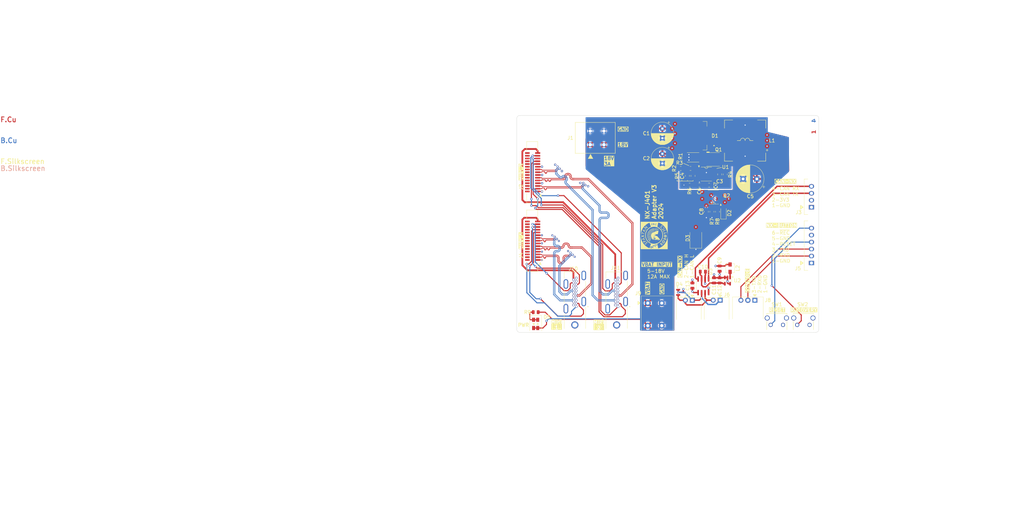
<source format=kicad_pcb>
(kicad_pcb (version 20240108) (generator "pcbnew") (generator_version "8.0")
  (title_block (title "NX Adapter Board") (date "2024-08-10") (rev "3") (company "971 Spartan Robotics"))
  (layers (0 "F.Cu" signal) (1 "In1.Cu" signal) (2 "In2.Cu" signal) (31 "B.Cu" signal) (34 "B.Paste" user) (35 "F.Paste" user) (36 "B.SilkS" user "B.Silkscreen") (37 "F.SilkS" user "F.Silkscreen") (38 "B.Mask" user) (39 "F.Mask" user) (44 "Edge.Cuts" user))
  (net 0 "")
  (net 1 "GND")
  (net 2 "/+18V_OUT")
  (net 3 "/Power Supply/V_IN")
  (net 4 "Net-(U1-I_{SEN})")
  (net 5 "Net-(C6-Pad2)")
  (net 6 "/MIPI-HDMI-2/GND_MIPI")
  (net 7 "/MIPI-HDMI-2/CAM_D0_N")
  (net 8 "/MIPI-HDMI-2/CAM_D0_P")
  (net 9 "/MIPI-HDMI-2/CAM_D1_N")
  (net 10 "/MIPI-HDMI-2/CAM_D1_P")
  (net 11 "/MIPI-HDMI-2/CAM_CK_N")
  (net 12 "/MIPI-HDMI-2/CAM_CK_P")
  (net 13 "/MIPI-HDMI-2/PWR_DN_LS")
  (net 14 "/MIPI-HDMI-2/CAM_MCLK")
  (net 15 "/MIPI-HDMI-2/CAM_SCL")
  (net 16 "/MIPI-HDMI-2/CAM_SDA")
  (net 17 "/MIPI-HDMI-2/CAM_3V3")
  (net 18 "/MIPI-HDMI-1/GND_MIPI")
  (net 19 "/MIPI-HDMI-1/CAM_D0_N")
  (net 20 "/MIPI-HDMI-1/CAM_D0_P")
  (net 21 "/MIPI-HDMI-1/CAM_D1_N")
  (net 22 "/MIPI-HDMI-1/CAM_D1_P")
  (net 23 "/MIPI-HDMI-1/CAM_CK_N")
  (net 24 "/MIPI-HDMI-1/CAM_CK_P")
  (net 25 "/MIPI-HDMI-1/PWR_DN_LS")
  (net 26 "/MIPI-HDMI-1/CAM_MCLK")
  (net 27 "/MIPI-HDMI-1/CAM_SCL")
  (net 28 "/MIPI-HDMI-1/CAM_SDA")
  (net 29 "/MIPI-HDMI-1/CAM_3V3")
  (net 30 "/3V3_CAN")
  (net 31 "GNDD")
  (net 32 "Net-(U1-COMP)")
  (net 33 "/V_BAT")
  (net 34 "/Power Supply/SW")
  (net 35 "/NX CAN/+5V")
  (net 36 "Net-(D2-A)")
  (net 37 "Net-(D5A-Red-K)")
  (net 39 "/CAN_L")
  (net 40 "/CAN_H")
  (net 42 "/CAN_TX")
  (net 43 "/CAN_RX")
  (net 44 "/~{REC}")
  (net 45 "/UART2_TXD")
  (net 46 "/~{SYS_RESET}")
  (net 47 "/UART2_RXD")
  (net 52 "Net-(U2-SW)")
  (net 53 "Net-(Q1-G)")
  (net 54 "Net-(U1-FB)")
  (net 55 "Net-(U1-FA{slash}SD)")
  (net 56 "/RTN")
  (net 57 "/Power Supply/Q_S")
  (footprint "Package_TO_SOT_SMD:TO-263-2" (layer "F.Cu") (at 284.45 87.376 180)
    (property "Reference" "D1")
    (property "Value" "STPS20M100SG-TR")
  )
  (footprint "NX-J401-Adapter:TI-SON5x6" (layer "F.Cu") (at 291.405 96.012 180)
    (property "Reference" "Q1")
    (property "Value" "CSD16322Q5")
  )
  (footprint "MountingHole:MountingHole_2.7mm_M2.5" (layer "F.Cu") (at 229 84)
    (property "Reference" "H1" (hide yes))
    (property "Value" "MountingHole" (hide yes))
  )
  (footprint "NX-J401-Adapter:TE_1-1734248-5" (layer "F.Cu") (at 225.645 100.6855 90)
    (property "Reference" "J2")
    (property "Value" "MIPI")
  )
  (footprint "Resistor_SMD:R_0805_2012Metric" (layer "F.Cu") (at 293.116 115.062 -90)
    (property "Reference" "R8")
    (property "Value" "20.0k-1%-0805")
  )
  (footprint "NX-J401-Adapter:LED-Dialight-5913001858F" (layer "F.Cu") (at 226.937 155.932 90)
    (property "Reference" "D5")
    (property "Value" "PWR")
  )
  (footprint "NX-J401-Adapter:Spartan Logo-FrontSilk" (layer "F.Cu") (at 270.0782 123.7234 90)
    (property "Reference" "G***" (hide yes))
    (property "Value" "LOGO" (hide yes))
  )
  (footprint "Capacitor_THT:CP_Radial_D8.0mm_P3.50mm" (layer "F.Cu") (at 273.05 93.98 -90)
    (property "Reference" "C2")
    (property "Value" "82uF 35V")
  )
  (footprint "NX-J401-Adapter:SW_TL1105VF100Q_EWI" (layer "F.Cu") (at 322.108 156.2857)
    (property "Reference" "SW2")
    (property "Value" "RECOVERY")
  )
  (footprint "Capacitor_SMD:C_0805_2012Metric" (layer "F.Cu") (at 289.052 115.062 -90)
    (property "Reference" "C8")
    (property "Value" "22uF-20%-25V-0805")
  )
  (footprint "Capacitor_THT:CP_Radial_D8.0mm_P3.50mm" (layer "F.Cu") (at 273.05 84.7852 -90)
    (property "Reference" "C1")
    (property "Value" "82uF 35V")
  )
  (footprint "NX-J401-Adapter:Wurth-691406510002B" (layer "F.Cu") (at 267.7414 148.3656)
    (property "Reference" "J9")
    (property "Value" "Power")
  )
  (footprint "Resistor_SMD:R_0805_2012Metric" (layer "F.Cu") (at 282.1686 102.0064 90)
    (property "Reference" "R5")
    (property "Value" "1.05k-1%-0805")
  )
  (footprint "Resistor_SMD:R_0805_2012Metric" (layer "F.Cu") (at 279.7302 99.2886 180)
    (property "Reference" "R2")
    (property "Value" "14.0k-1%-0805")
  )
  (footprint "NX-J401-Adapter:70555-0002" (layer "F.Cu") (at 304.165 147.32 -90)
    (property "Reference" "J8")
    (property "Value" "CONSOLE")
  )
  (footprint "NX-J401-Adapter:70555-0001" (layer "F.Cu") (at 292.8112 147.2946 -90)
    (property "Reference" "J6")
    (property "Value" "CAN-NX")
  )
  (footprint "Capacitor_SMD:C_0805_2012Metric" (layer "F.Cu") (at 293.878 140.081 90)
    (property "Reference" "C12")
    (property "Value" "22uF-20%-25V-0805")
  )
  (footprint "Package_SO:SOIC-8_3.9x4.9mm_P1.27mm" (layer "F.Cu") (at 291.592 109.728 180)
    (property "Reference" "Q2")
    (property "Value" "SI4483ADY-T1-GE3")
  )
  (footprint "NX-J401-Adapter:SW_TL1105VF100Q_EWI" (layer "F.Cu") (at 312.456 156.2857)
    (property "Reference" "SW1")
    (property "Value" "RESET")
  )
  (footprint "Diode_SMD:D_SMB" (layer "F.Cu") (at 285.242 124.714 90)
    (property "Reference" "D3")
    (property "Value" "15V")
  )
  (footprint "Resistor_SMD:R_0805_2012Metric" (layer "F.Cu") (at 295.91 101.47304 90)
    (property "Reference" "R4")
    (property "Value" "59.0k-1%-0805")
  )
  (footprint "Resistor_SMD:R_0805_2012Metric" (layer "F.Cu") (at 226.949 151.6634)
    (property "Reference" "R9")
    (property "Value" "4.99k-1%-0805")
  )
  (footprint "MountingHole:MountingHole_2.7mm_M2.5" (layer "F.Cu") (at 229 142)
    (property "Reference" "H3" (hide yes))
    (property "Value" "MountingHole" (hide yes))
  )
  (footprint "Capacitor_THT:CP_Radial_D10.0mm_P5.00mm" (layer "F.Cu") (at 307.421677 103.124 180)
    (property "Reference" "C5")
    (property "Value" "330uF 35V")
  )
  (footprint "Diode_SMD:D_SOD-123F" (layer "F.Cu") (at 295.275 115.57 90)
    (property "Reference" "D2")
    (property "Value" "15V")
  )
  (footprint "NX-J401-Adapter:CONN_69140872_WRE" (layer "F.Cu") (at 246.7864 90.6742 90)
    (property "Reference" "J1")
    (property "Value" "18V_OUT")
  )
  (footprint "Package_SO:SOIC-8_3.9x4.9mm_P1.27mm" (layer "F.Cu") (at 289.052 101.346)
    (property "Reference" "U1")
    (property "Value" "LM3478MA")
  )
  (footprint "Resistor_SMD:R_0805_2012Metric" (layer "F.Cu") (at 282.956 105.41)
    (property "Reference" "R6")
    (property "Value" "1.05k-1%-0805")
  )
  (footprint "Resistor_SMD:R_2512_6332Metric" (layer "F.Cu") (at 284.226 95.25)
    (property "Reference" "R1")
    (property "Value" "4.0m-1%-2512")
  )
  (footprint "NX-J401-Adapter:70555-0001" (layer "F.Cu") (at 282.6766 147.32 -90)
    (property "Reference" "J7")
    (property "Value" "CAN-NX")
  )
  (footprint "NX-J401-Adapter:70543-0005" (layer "F.Cu") (at 327.3044 133.7564 -90)
    (property "Reference" "J5")
    (property "Value" "NX-BUTTON")
  )
  (footprint "Capacitor_SMD:C_0805_2012Metric" (layer "F.Cu") (at 291.846 140.081 90)
    (property "Reference" "C11")
    (property "Value" "22uF-20%-25V-0805")
  )
  (footprint "Resistor_SMD:R_0805_2012Metric" (layer "F.Cu") (at 283.2881 99.2886)
    (property "Reference" "R3")
    (property "Value" "100R-1%-0805")
  )
  (footprint "Capacitor_SMD:C_0805_2012Metric" (layer "F.Cu") (at 286.512 105.41 180)
    (property "Reference" "C6")
    (property "Value" "0.22uF-10%-50V-0805")
  )
  (footprint "NX-J401-Adapter:TE_1-1734248-5" (layer "F.Cu") (at 225.645 125.6283 90)
    (property "Reference" "J4")
    (property "Value" "MIPI")
  )
  (footprint "NX-J401-Adapter:70543-0003" (layer "F.Cu") (at 327.3044 113.4364 -90)
    (property "Reference" "J3")
    (property "Value" "CAN-NX")
  )
  (footprint "MountingHole:MountingHole_2.7mm_M2.5" (layer "F.Cu") (at 320.99948 84)
    (property "Reference" "H2" (hide yes))
    (property "Value" "MountingHole" (hide yes))
  )
  (footprint "Capacitor_SMD:C_0805_2012Metric" (layer "F.Cu") (at 284.2006 102.0064 -90)
    (property "Reference" "C4")
    (property "Value" "10pF-5%-50V-0805")
  )
  (footprint "Capacitor_SMD:C_0805_2012Metric" (layer "F.Cu") (at 283.972 141.986 90)
    (property "Reference" "C13")
    (property "Value" "0.22uF-10%-50V-0805")
  )
  (footprint "NX-J401-Adapter:SWITCHCRAFT_RAVHD19ETR" (layer "F.Cu") (at 241.197 148.5064)
    (property "Reference" "J10")
    (property "Value" "HDMI")
  )
  (footprint "NX-J401-Adapter:L_Vishay_IHLP-1212" (layer "F.Cu") (at 297.688 135.636 -90)
    (property "Reference" "L2")
    (property "Value" "2.2uH-20%-46mR")
  )
  (footprint "NX-J401-Adapter:SWITCHCRAFT_RAVHD19ETR" (layer "F.Cu") (at 256.4116 148.5064)
    (property "Reference" "J11")
    (property "Value" "HDMI")
  )
  (footprint "Capacitor_SMD:C_0805_2012Metric" (layer "F.Cu") (at 290.068 105.41)
    (property "Reference" "C7")
    (property "Value" "0.01uF-10%-50V-0805")
  )
  (footprint "Package_TO_SOT_SMD:SOT-23" (layer "F.Cu") (at 279.7302 144.4357)
    (property "Reference" "D4")
    (property "Value" "PESD1CAN")
  )
  (footprint "Resistor_SMD:R_0805_2012Metric" (layer "F.Cu") (at 291.084 115.062 90)
    (property "Reference" "R7")
    (property "Value" "1.05k-1%-0805")
  )
  (footprint "Package_TO_SOT_SMD:SOT-23-5" (layer "F.Cu") (at 296.738 140.1572 -90)
    (property "Reference" "U2")
    (property "Value" "TPS613222ADBVR")
  )
  (footprint "NX-J401-Adapter:INDUCTOR_IHLE-5050FH-Vishay" (layer "F.Cu") (at 303.155 89.154 90)
    (property "Reference" "L1")
    (property "Value" "4.7 uH-8m-20%")
  )
  (footprint "MountingHole:MountingHole_2.7mm_M2.5" (layer "F.Cu") (at 320.99948 142)
    (property "Reference" "H4" (hide yes))
    (property "Value" "MountingHole" (hide yes))
  )
  (footprint "Capacitor_SMD:C_0805_2012Metric" (layer "F.Cu") (at 293.878 101.47304 -90)
    (property "Reference" "C3")
    (property "Value" "0.22uF-10%-50V-0805")
  )
  (footprint "Capacitor_SMD:C_0805_2012Metric" (layer "F.Cu") (at 293.878 135.7884 -90)
    (property "Reference" "C9")
    (property "Value" "10uF-10%-10V-0805")
  )
  (footprint "Capacitor_SMD:C_0805_2012Metric" (layer "F.Cu") (at 287.782 136.906)
    (property "Reference" "C10")
    (property "Value" "0.22uF-10%-50V-0805")
  )
  (footprint "Package_SO:SOIC-8_3.9x4.9mm_P1.27mm" (layer "F.Cu") (at 287.9598 142.0622 -90)
    (property "Reference" "U3")
    (property "Value" "MCP2558FD-H/SN")
  )
  (gr_line (start 284.226 103.632) (end 284.226 103.886) (stroke (width 0.15)) (layer "F.SilkS"))
  (gr_poly (pts (xy 264.922 148.3106) (xy 264.16 147.6756) (xy 264.16 148.9456)) (stroke (width 0.15)) (fill solid) (layer "F.SilkS"))
  (gr_line (start 304.888608 89.142635) (end 306.057008 89.142635) (stroke (width 0.15)) (layer "F.SilkS"))
  (gr_line (start 284.226 103.886) (end 278.384 103.886) (stroke (width 0.15)) (layer "F.SilkS"))
  (gr_poly (pts (xy 228.6 133.477) (xy 228.981 134.366) (xy 228.219 134.366)) (stroke (width 0.15)) (fill solid) (layer "F.SilkS"))
  (gr_arc (start 303.161408 89.142635) (mid 304.025008 88.279035) (end 304.888608 89.142635) (stroke (width 0.15)) (layer "F.SilkS"))
  (gr_poly (pts (xy 228.727 108.585) (xy 229.108 109.474) (xy 228.346 109.474)) (stroke (width 0.15)) (fill solid) (layer "F.SilkS"))
  (gr_line (start 300.265808 89.142635) (end 301.434208 89.142635) (stroke (width 0.15)) (layer "F.SilkS"))
  (gr_line (start 280.162 103.886) (end 280.162 103.505) (stroke (width 0.15)) (layer "F.SilkS"))
  (gr_arc (start 301.434208 89.142635) (mid 302.297808 88.279035) (end 303.161408 89.142635) (stroke (width 0.15)) (layer "F.SilkS"))
  (gr_line (start 278.384 103.886) (end 278.384 103.505) (stroke (width 0.15)) (layer "F.SilkS"))
  (gr_line (start 282.194 103.632) (end 282.194 103.886) (stroke (width 0.15)) (layer "F.SilkS"))
  (gr_line (start 280.67 97.409) (end 282.702 98.298) (stroke (width 0.15)) (layer "F.SilkS"))
  (gr_line (start 294.64 98.933) (end 292.862 99.314) (stroke (width 0.15)) (layer "F.SilkS"))
  (gr_arc (start 221.107 159.004) (mid 220.38858 158.70642) (end 220.091 157.988) (stroke (width 0.1)) (layer "Edge.Cuts"))
  (gr_arc (start 220.091 81.026) (mid 220.38858 80.30758) (end 221.107 80.01) (stroke (width 0.1)) (layer "Edge.Cuts"))
  (gr_arc (start 328.93 80.01) (mid 329.64842 80.30758) (end 329.946 81.026) (stroke (width 0.1)) (layer "Edge.Cuts"))
  (gr_line (start 220.091 81.026) (end 220.091 157.988) (stroke (width 0.1)) (layer "Edge.Cuts"))
  (gr_line (start 221.107 159.004) (end 328.93 159.004) (stroke (width 0.1)) (layer "Edge.Cuts"))
  (gr_arc (start 329.946 157.988) (mid 329.64842 158.70642) (end 328.93 159.004) (stroke (width 0.1)) (layer "Edge.Cuts"))
  (gr_line (start 329.946 157.988) (end 329.946 81.026) (stroke (width 0.1)) (layer "Edge.Cuts"))
  (gr_line (start 328.93 80.01) (end 221.107 80.01) (stroke (width 0.1)) (layer "Edge.Cuts"))
  (gr_text "1" (at 329.1332 86.7664 90) (layer "F.Cu") (effects (font (size 1.5 1.5) (thickness 0.3) (bold yes)) (justify left bottom)))
  (gr_text "${LAYER}" (at 32.004 82.55 0) (layer "F.Cu") (effects (font (size 1.778 1.778) (thickness 0.3) (bold yes)) (justify left bottom)))
  (gr_text "4" (at 329.1332 81.1784 90) (layer "B.Cu") (effects (font (size 1.5 1.5) (thickness 0.3) (bold yes)) (justify left bottom mirror)))
  (gr_text "${LAYER}" (at 32.004 90.17 0) (layer "B.Cu") (effects (font (size 1.778 1.778) (thickness 0.3) (bold yes)) (justify left bottom)))
  (gr_text "${LAYER}" (at 32.004 100.33 0) (layer "B.SilkS") (effects (font (size 1.778 1.778) (thickness 0.3) (bold yes)) (justify left bottom)))
  (gr_text "VBAT INPUT" (at 265.399762 135.0772 0) (layer "F.SilkS" knockout) (effects (font (size 1.27 1.27) (thickness 0.254) (bold yes)) (justify left bottom)))
  (gr_text "GND" (at 273.685 145.288 90) (layer "F.SilkS" knockout) (effects (font (size 1.27 1.27) (thickness 0.254) (bold yes)) (justify left bottom)))
  (gr_text "2-CAN H\n1-CAN L" (at 281.051 139.398425 90) (layer "F.SilkS") (effects (font (size 1.27 1.27) (thickness 0.2032)) (justify left top)))
  (gr_text "18V\n3A" (at 251.714 98.425 0) (layer "F.SilkS" knockout) (effects (font (size 1.27 1.27) (thickness 0.254) (bold yes)) (justify left bottom)))
  (gr_text "GND" (at 256.667 85.7758 0) (layer "F.SilkS" knockout) (effects (font (size 1.27 1.27) (thickness 0.254) (bold yes)) (justify left bottom)))
  (gr_text "18V" (at 256.7178 91.44 0) (layer "F.SilkS" knockout) (effects (font (size 1.27 1.27) (thickness 0.254) (bold yes)) (justify left bottom)))
  (gr_text "NX-J401\nAdapter V3\n2024" (at 270.0782 117.9322 90) (layer "F.SilkS") (effects (font (size 1.524 1.524) (thickness 0.3048) (bold yes)) (justify left)))
  (gr_text "5-18V\n12A MAX" (at 267.4112 137.7188 0) (layer "F.SilkS") (effects (font (size 1.27 1.27) (thickness 0.2032)) (justify left)))
  (gr_text "3-TXD\n2-RXD\n1-GND\n" (at 305.689 144.844911 90) (layer "F.SilkS") (effects (font (size 1.27 1.27) (thickness 0.2)) (justify left top)))
  (gr_text "MIPI\n2" (at 249.936 156.337 0) (layer "F.SilkS" knockout) (effects (font (size 1.27 1.27) (thickness 0.254) (bold yes))))
  (gr_text "MIPI\n1" (at 234.569 156.21 0) (layer "F.SilkS" knockout) (effects (font (size 1.27 1.27) (thickness 0.254) (bold yes))))
  (gr_text "6-~{REC}\n5-GND\n4-RESET\n3-TXD\n2-RXD\n1-GND" (at 312.801 122.0216 0) (layer "F.SilkS") (effects (font (size 1.27 1.27) (thickness 0.2)) (justify left top)))
  (gr_text "${LAYER}" (at 32.004 97.79 0) (layer "F.SilkS") (effects (font (size 1.778 1.778) (thickness 0.3) (bold yes)) (justify left bottom)))
  (gr_text "MIPI 1" (at 221.6912 125.6538 90) (layer "F.SilkS" knockout) (effects (font (size 1.27 1.27) (thickness 0.254) (bold yes))))
  (gr_text "MIPI 2" (at 221.6912 100.6856 90) (layer "F.SilkS" knockout) (effects (font (size 1.27 1.27) (thickness 0.254) (bold yes))))
  (gr_text "VBAT" (at 268.478 145.288 90) (layer "F.SilkS" knockout) (effects (font (size 1.27 1.27) (thickness 0.254) (bold yes)) (justify left bottom)))
  (gr_text "4-CAN RX\n3-CAN TX\n2-3V3\n1-GND\n" (at 312.801 113.5126 0) (layer "F.SilkS") (effects (font (size 1.27 1.27) (thickness 0.2)) (justify left bottom)))
  (segment (start 281.2635 95.25) (end 281.2635 94.6565) (width 0.254) (layer "F.Cu") (net 1))
  (segment (start 284.2006 104.0892) (end 286.334202 104.0892) (width 0.381) (layer "F.Cu") (net 1))
  (segment (start 291.018 105.41) (end 292.4556 105.41) (width 0.381) (layer "F.Cu") (net 1))
  (segment (start 293.1922 104.14) (end 293.878 103.4542) (width 0.508) (layer "F.Cu") (net 1))
  (segment (start 281.2635 95.25) (end 281.2635 95.8435) (width 0.254) (layer "F.Cu") (net 1))
  (segment (start 281.432 94.488) (end 281.2635 94.6565) (width 0.254) (layer "F.Cu") (net 1))
  (segment (start 229.5624 157.432) (end 227.687 157.432) (width 0.381) (layer "F.Cu") (net 1))
  (segment (start 281.2635 94.6565) (end 281.686 94.234) (width 0.254) (layer "F.Cu") (net 1))
  (segment (start 303.1623 94.8315) (end 303.1744 94.8436) (width 0.762) (layer "F.Cu") (net 1))
  (segment (start 289.065822 102.147222) (end 289.065822 100.813988) (width 0.508) (layer "F.Cu") (net 1))
  (segment (start 281.686 94.234) (end 282.701982 94.234) (width 0.508) (layer "F.Cu") (net 1))
  (segment (start 291.084 115.9745) (end 291.084 117.221) (width 0.381) (layer "F.Cu") (net 1))
  (segment (start 281.2635 95.25) (end 282.702 95.25) (width 0.508) (layer "F.Cu") (net 1))
  (segment (start 282.1686 102.9189) (end 282.1686 104.0892) (width 0.381) (layer "F.Cu") (net 1))
  (segment (start 289.052 116.012) (end 289.052 117.22101) (width 0.381) (layer "F.Cu") (net 1))
  (segment (start 281.2635 95.8435) (end 281.686 96.266) (width 0.254) (layer "F.Cu") (net 1))
  (segment (start 281.686 96.266) (end 282.702 96.266) (width 0.508) (layer "F.Cu") (net 1))
  (segment (start 286.577 103.251) (end 286.577 104.201998) (width 0.381) (layer "F.Cu") (net 1))
  (segment (start 286.334202 104.0892) (end 286.512 104.266998) (width 0.381) (layer "F.Cu") (net 1))
  (segment (start 284.2006 102.9564) (end 284.2006 104.0892) (width 0.381) (layer "F.Cu") (net 1))
  (segment (start 286.512 104.0892) (end 286.512 104.266998) (width 0.381) (layer "F.Cu") (net 1))
  (segment (start 226.187 157.432) (end 227.687 157.432) (width 0.381) (layer "F.Cu") (net 1))
  (segment (start 282.1686 104.0892) (end 284.2006 104.0892) (width 0.381) (layer "F.Cu") (net 1))
  (segment (start 295.91 102.38554) (end 295.91 103.7082) (width 0.381) (layer "F.Cu") (net 1))
  (segment (start 285.242 126.864) (end 285.242 128.778) (width 0.508) (layer "F.Cu") (net 1))
  (segment (start 294.2082 105.41) (end 292.4556 105.41) (width 0.381) (layer "F.Cu") (net 1))
  (segment (start 291.527 103.251) (end 291.527 103.8972) (width 0.508) (layer "F.Cu") (net 1))
  (segment (start 280.9494 105.41) (end 280.8986 105.3592) (width 0.381) (layer "F.Cu") (net 1))
  (segment (start 291.7698 104.14) (end 293.1922 104.14) (width 0.508) (layer "F.Cu") (net 1))
  (segment (start 295.91 103.7082) (end 294.2082 105.41) (width 0.381) (layer "F.Cu") (net 1))
  (segment (start 291.527 103.8972) (end 291.7698 104.14) (width 0.508) (layer "F.Cu") (net 1))
  (segment (start 230.886 154.8638) (end 230.886 156.1084) (width 0.381) (layer "F.Cu") (net 1))
  (segment (start 282.0435 104.2143) (end 282.1686 104.0892) (width 0.381) (layer "F.Cu") (net 1))
  (segment (start 303.155 83.4958) (end 303.1744 83.5152) (width 0.762) (layer "F.Cu") (net 1))
  (segment (start 293.878 103.4542) (end 293.878 102.42304) (width 0.508) (layer "F.Cu") (net 1))
  (segment (start 303.155 83.4765) (end 303.155 83.4958) (width 0.762) (layer "F.Cu") (net 1))
  (segment (start 230.886 156.1084) (end 229.5624 157.432) (width 0.381) (layer "F.Cu") (net 1))
  (segment (start 286.577 104.201998) (end 286.512 104.266998) (width 0.381) (layer "F.Cu") (net 1))
  (segment (start 291.527 103.251) (end 290.1696 103.251) (width 0.508) (layer "F.Cu") (net 1))
  (segment (start 282.0435 105.41) (end 282.0435 104.2143) (width 0.381) (layer "F.Cu") (net 1))
  (segment (start 282.0435 105.41) (end 280.9494 105.41) (width 0.381) (layer "F.Cu") (net 1))
  (segment (start 290.1696 103.251) (end 289.065822 102.147222) (width 0.508) (layer "F.Cu") (net 1))
  (segment (start 303.155 94.8315) (end 303.1623 94.8315) (width 0.762) (layer "F.Cu") (net 1))
  (via (at 289.052 117.22101) (size 0.8128) (drill 0.4064) (layers "F.Cu" "B.Cu") (net 1))
  (via (at 282.702 96.266) (size 0.8128) (drill 0.4064) (layers "F.Cu" "B.Cu") (net 1))
  (via (at 282.701982 94.234) (size 0.8128) (drill 0.4064) (layers "F.Cu" "B.Cu") (net 1))
  (via (at 280.8986 105.3592) (size 0.7112) (drill 0.3048) (layers "F.Cu" "B.Cu") (net 1))
  (via (at 286.512 104.266998) (size 0.7112) (drill 0.3048) (layers "F.Cu" "B.Cu") (net 1))
  (via (at 303.1744 83.5152) (size 0.8128) (drill 0.4064) (layers "F.Cu" "B.Cu") (net 1))
  (via (at 289.065822 100.813988) (size 0.8128) (drill 0.4064) (layers "F.Cu" "B.Cu") (net 1))
  (via (at 285.242 128.778) (size 0.8128) (drill 0.4064) (layers "F.Cu" "B.Cu") (net 1))
  (via (at 230.886 154.8638) (size 0.8128) (drill 0.4064) (layers "F.Cu" "B.Cu") (net 1))
  (via (at 282.702 95.25) (size 0.8128) (drill 0.4064) (layers "F.Cu" "B.Cu") (net 1))
  (via (at 303.1744 94.8436) (size 0.8128) (drill 0.4064) (layers "F.Cu" "B.Cu") (net 1))
  (via (at 292.4556 105.41) (size 0.8128) (drill 0.4064) (layers "F.Cu" "B.Cu") (net 1))
  (via (at 291.084 117.221) (size 0.8128) (drill 0.4064) (layers "F.Cu" "B.Cu") (net 1))
  (segment (start 270.3322 154.0764) (end 269.1384 154.0764) (width 0.381) (layer "B.Cu") (net 1))
  (segment (start 269.1384 154.0764) (end 231.6734 154.0764) (width 0.381) (layer "B.Cu") (net 1))
  (segment (start 272.8214 156.5656) (end 270.3322 154.0764) (width 0.381) (layer "B.Cu") (net 1))
  (segment (start 231.6734 154.0764) (end 230.886 154.8638) (width 0.381) (layer "B.Cu") (net 1))
  (segment (start 276.225 98.7298) (end 276.225 97.155) (width 0.381) (layer "F.Cu") (net 2))
  (segment (start 276.225 97.155) (end 273.05 93.98) (width 0.381) (layer "F.Cu") (net 2))
  (segment (start 276.7838 99.2886) (end 276.225 98.7298) (width 0.381) (layer "F.Cu") (net 2))
  (segment (start 278.8177 99.2886) (end 276.7838 99.2886) (width 0.381) (layer "F.Cu") (net 2))
  (via (at 276.606 91.948) (size 0.8128) (drill 0.4064) (layers "F.Cu" "B.Cu") (net 2))
  (via (at 276.606 84.836) (size 0.8128) (drill 0.4064) (layers "F.Cu" "B.Cu") (net 2))
  (via (at 277.622 86.614) (size 0.8128) (drill 0.4064) (layers "F.Cu" "B.Cu") (net 2))
  (via (at 277.622 83.058) (size 0.8128) (drill 0.4064) (layers "F.Cu" "B.Cu") (net 2))
  (via (at 277.622 90.17) (size 0.8128) (drill 0.4064) (layers "F.Cu" "B.Cu") (net 2))
  (via (at 276.606 88.392) (size 0.8128) (drill 0.4064) (layers "F.Cu" "B.Cu") (net 2))
  (segment (start 294.067 109.093) (end 295.783034 109.093) (width 0.381) (layer "F.Cu") (net 3))
  (segment (start 295.0718 99.441) (end 296.5196 97.9932) (width 0.508) (layer "F.Cu") (net 3))
  (segment (start 296.545 114.681) (end 295.275 115.951) (width 0.381) (layer "F.Cu") (net 3))
  (segment (start 293.878 99.441) (end 295.0718 99.441) (width 0.508) (layer "F.Cu") (net 3))
  (segment (start 294.767 118.364) (end 295.275 117.856) (width 0.381) (layer "F.Cu") (net 3))
  (segment (start 293.116 115.9745) (end 293.116 117.856) (width 0.381) (layer "F.Cu") (net 3))
  (segment (start 293.878 100.52304) (end 293.878 99.441) (width 0.508) (layer "F.Cu") (net 3))
  (segment (start 293.624 118.364) (end 294.767 118.364) (width 0.381) (layer "F.Cu") (net 3))
  (segment (start 302.290877 97.9932) (end 307.421677 103.124) (width 0.508) (layer "F.Cu") (net 3))
  (segment (start 294.066988 110.362988) (end 294.067 110.363) (width 0.381) (layer "F.Cu") (net 3))
  (segment (start 295.783 111.633) (end 296.545 112.395) (width 0.381) (layer "F.Cu") (net 3))
  (segment (start 296.545 112.395) (end 296.545 114.681) (width 0.381) (layer "F.Cu") (net 3))
  (segment (start 292.430204 110.362988) (end 294.066988 110.362988) (width 0.381) (layer "F.Cu") (net 3))
  (segment (start 295.275 117.856) (end 295.275 116.97) (width 0.381) (layer "F.Cu") (net 3))
  (segment (start 294.067 111.633) (end 295.783 111.633) (width 0.381) (layer "F.Cu") (net 3))
  (segment (start 295.275 115.951) (end 295.275 116.97) (width 0.381) (layer "F.Cu") (net 3))
  (segment (start 293.116 117.856) (end 293.624 118.364) (width 0.381) (layer "F.Cu") (net 3))
  (segment (start 291.527 99.441) (end 293.878 99.441) (width 0.508) (layer "F.Cu") (net 3))
  (segment (start 294.067 110.363) (end 297.1546 110.363) (width 0.381) (layer "F.Cu") (net 3))
  (segment (start 297.1546 110.363) (end 297.180008 110.388408) (width 0.381) (layer "F.Cu") (net 3))
  (segment (start 296.5196 97.9932) (end 302.290877 97.9932) (width 0.508) (layer "F.Cu") (net 3))
  (via (at 292.430204 110.362988) (size 0.8128) (drill 0.4064) (layers "F.Cu" "B.Cu") (net 3))
  (via (at 311.15 89.154) (size 0.8128) (drill 0.4064) (layers "F.Cu" "B.Cu") (net 3))
  (via (at 295.783 111.633) (size 0.8128) (drill 0.4064) (layers "F.Cu" "B.Cu") (net 3))
  (via (at 311.15 87.122) (size 0.8128) (drill 0.4064) (layers "F.Cu" "B.Cu") (net 3))
  (via (at 295.783034 109.093) (size 0.8128) (drill 0.4064) (layers "F.Cu" "B.Cu") (net 3))
  (via (at 297.180008 110.388408) (size 0.8128) (drill 0.4064) (layers "F.Cu" "B.Cu") (net 3))
  (via (at 311.15 91.186) (size 0.8128) (drill 0.4064) (layers "F.Cu" "B.Cu") (net 3))
  (segment (start 284.2006 101.0564) (end 284.2006 99.2886) (width 0.381) (layer "F.Cu") (net 4))
  (segment (start 285.2674 99.441) (end 285.115 99.2886) (width 0.381) (layer "F.Cu") (net 4))
  (segment (start 286.577 99.441) (end 285.2674 99.441) (width 0.381) (layer "F.Cu") (net 4))
  (segment (start 285.115 99.2886) (end 284.2006 99.2886) (width 0.381) (layer "F.Cu") (net 4))
  (segment (start 283.8685 105.41) (end 285.562 105.41) (width 0.381) (layer "F.Cu") (net 5))
  (segment (start 227.67 104.6855) (end 229.2471 104.6855) (width 0.254) (layer "F.Cu") (net 6))
  (segment (start 227.67 107.6855) (end 229.1991 107.6855) (width 0.254) (layer "F.Cu") (net 6))
  (segment (start 227.67 101.6855) (end 229.2511 101.6855) (width 0.254) (layer "F.Cu") (net 6))
  (segment (start 227.67 98.6855) (end 229.2285 98.6855) (width 0.254) (layer "F.Cu") (net 6))
  (segment (start 229.1991 107.6855) (end 229.235 107.7214) (width 0.254) (layer "F.Cu") (net 6))
  (segment (start 229.2511 101.6855) (end 229.2604 101.6762) (width 0.254) (layer "F.Cu") (net 6))
  (segment (start 229.2471 104.6855) (end 229.2604 104.6988) (width 0.254) (layer "F.Cu") (net 6))
  (segment (start 229.2285 98.6855) (end 229.235 98.679) (width 0.254) (layer "F.Cu") (net 6))
  (via (at 229.235 98.679) (size 0.8128) (drill 0.4064) (layers "F.Cu" "B.Cu") (net 6))
  (via (at 229.2604 104.6988) (size 0.8128) (drill 0.4064) (layers "F.Cu" "B.Cu") (net 6))
  (via (at 245.999 105.791) (size 0.8128) (drill 0.4064) (layers "F.Cu" "B.Cu") (net 6))
  (via (at 236.4994 100.2538) (size 0.8128) (drill 0.4064) (layers "F.Cu" "B.Cu") (net 6))
  (via (at 243.1542 104.5718) (size 0.8128) (drill 0.4064) (layers "F.Cu" "B.Cu") (net 6))
  (via (at 229.235 107.7214) (size 0.8128) (drill 0.4064) (layers "F.Cu" "B.Cu") (net 6))
  (via (at 234.0356 97.9678) (size 0.8128) (drill 0.4064) (layers "F.Cu" "B.Cu") (net 6))
  (via (at 229.2604 101.6762) (size 0.8128) (drill 0.4064) (layers "F.Cu" "B.Cu") (net 6))
  (segment (start 231.558923 106.442294) (end 243.526468 106.442294) (width 0.259588) (layer "F.Cu") (net 7))
  (segment (start 230.210459 106.682294) (end 230.210459 106.833781) (width 0.259588) (layer "F.Cu") (net 7))
  (segment (start 230.810459 106.833781) (end 230.810459 106.682294) (width 0.259588) (layer "F.Cu") (net 7))
  (segment (start 231.170459 106.442294) (end 231.558923 106.442294) (width 0.259588) (layer "F.Cu") (net 7))
  (segment (start 230.450459 107.073781) (end 230.570459 107.073781) (width 0.259588) (layer "F.Cu") (net 7))
  (segment (start 229.057501 106.6855) (end 229.300707 106.442294) (width 0.259588) (layer "F.Cu") (net 7))
  (segment (start 243.526468 106.442294) (end 244.613391 105.355371) (width 0.259588) (layer "F.Cu") (net 7))
  (segment (start 229.300707 106.442294) (end 229.970459 106.442294) (width 0.259588) (layer "F.Cu") (net 7))
  (segment (start 244.613391 105.355371) (end 245.004571 105.355371) (width 0.259588) (layer "F.Cu") (net 7))
  (segment (start 227.67 106.6855) (end 229.057501 106.6855) (width 0.259588) (layer "F.Cu") (net 7))
  (segment (start 231.050459 106.442294) (end 231.170459 106.442294) (width 0.259588) (layer "F.Cu") (net 7))
  (via (at 245.004571 105.355371) (size 0.8128) (drill 0.4064) (layers "F.Cu" "B.Cu") (net 7))
  (arc (start 229.970459 106.442294) (mid 230.140165 106.512588) (end 230.210459 106.682294) (width 0.259588) (layer "F.Cu") (net 7))
  (arc (start 230.570459 107.073781) (mid 230.740165 107.003487) (end 230.810459 106.833781) (width 0.259588) (layer "F.Cu") (net 7))
  (arc (start 230.810459 106.682294) (mid 230.880753 106.512588) (end 231.050459 106.442294) (width 0.259588) (layer "F.Cu") (net 7))
  (arc (start 230.210459 106.833781) (mid 230.280753 107.003487) (end 230.450459 107.073781) (width 0.259588) (layer "F.Cu") (net 7))
  (segment (start 250.446794 118.446321) (end 250.446794 118.7622) (width 0.259588) (layer "B.Cu") (net 7))
  (segment (start 250.446794 112.745832) (end 250.446794 114.636321) (width 0.259588) (layer "B.Cu") (net 7))
  (segment (start 255.590894 143.604606) (end 255.9116 143.2839) (width 0.259588) (layer "B.Cu") (net 7))
  (segment (start 252.706416 117.560115) (end 250.952 117.560115) (width 0.259588) (layer "B.Cu") (net 7))
  (segment (start 250.446794 143.810032) (end 251.566368 144.929606) (width 0.259588) (layer "B.Cu") (net 7))
  (segment (start 253.258632 144.929606) (end 254.583632 143.604606) (width 0.259588) (layer "B.Cu") (net 7))
  (segment (start 250.952 115.141527) (end 252.706416 115.141527) (width 0.259588) (layer "B.Cu") (net 7))
  (segment (start 254.583632 143.604606) (end 255.590894 143.604606) (width 0.259588) (layer "B.Cu") (net 7))
  (segment (start 253.72521 116.160321) (end 253.72521 116.541321) (width 0.259588) (layer "B.Cu") (net 7))
  (segment (start 244.299994 105.668768) (end 244.299994 106.599032) (width 0.259588) (layer "B.Cu") (net 7))
  (segment (start 251.566368 144.929606) (end 253.258632 144.929606) (width 0.259588) (layer "B.Cu") (net 7))
  (segment (start 250.446794 118.065321) (end 250.446794 118.446321) (width 0.259588) (layer "B.Cu") (net 7))
  (segment (start 245.004571 105.355371) (end 244.613391 105.355371) (width 0.259588) (layer "B.Cu") (net 7))
  (segment (start 244.299994 106.599032) (end 250.446794 112.745832) (width 0.259588) (layer "B.Cu") (net 7))
  (segment (start 250.446794 118.7622) (end 250.446794 143.810032) (width 0.259588) (layer "B.Cu") (net 7))
  (segment (start 244.613391 105.355371) (end 244.299994 105.668768) (width 0.259588) (layer "B.Cu") (net 7))
  (arc (start 252.706416 115.141527) (mid 253.426812 115.439925) (end 253.72521 116.160321) (width 0.259588) (layer "B.Cu") (net 7))
  (arc (start 250.446794 114.636321) (mid 250.594765 114.993556) (end 250.952 115.141527) (width 0.259588) (layer "B.Cu") (net 7))
  (arc (start 253.72521 116.541321) (mid 253.426812 117.261717) (end 252.706416 117.560115) (width 0.259588) (layer "B.Cu") (net 7))
  (arc (start 250.952 117.560115) (mid 250.594765 117.708086) (end 250.446794 118.065321) (width 0.259588) (layer "B.Cu") (net 7))
  (segment (start 244.250229 104.992209) (end 243.313732 105.928706) (width 0.259588) (layer "F.Cu") (net 8))
  (segment (start 244.250229 104.601029) (end 244.250229 104.992209) (width 0.259588) (layer "F.Cu") (net 8))
  (segment (start 229.300707 105.928706) (end 229.057501 105.6855) (width 0.259588) (layer "F.Cu") (net 8))
  (segment (start 229.057501 105.6855) (end 227.67 105.6855) (width 0.259588) (layer "F.Cu") (net 8))
  (segment (start 243.313732 105.928706) (end 229.300707 105.928706) (width 0.259588) (layer "F.Cu") (net 8))
  (via (at 244.250229 104.601029) (size 0.8128) (drill 0.4064) (layers "F.Cu" "B.Cu") (net 8))
  (segment (start 243.786406 106.811768) (end 249.933206 112.958568) (width 0.259588) (layer "B.Cu") (net 8))
  (segment (start 249.933206 118.7622) (end 249.933206 144.022768) (width 0.259588) (layer "B.Cu") (net 8))
  (segment (start 251.353632 145.443194) (end 253.471368 145.443194) (width 0.259588) (layer "B.Cu") (net 8))
  (segment (start 244.250229 104.601029) (end 244.250229 104.992209) (width 0.259588) (layer "B.Cu") (net 8))
  (segment (start 249.933206 118.065321) (end 249.933206 118.446321) (width 0.259588) (layer "B.Cu") (net 8))
  (segment (start 249.933206 144.022768) (end 251.353632 145.443194) (width 0.259588) (layer "B.Cu") (net 8))
  (segment (start 250.952 115.655115) (end 252.706416 115.655115) (width 0.259588) (layer "B.Cu") (net 8))
  (segment (start 252.706416 117.046527) (end 250.952 117.046527) (width 0.259588) (layer "B.Cu") (net 8))
  (segment (start 243.786406 105.456032) (end 243.786406 106.811768) (width 0.259588) (layer "B.Cu") (net 8))
  (segment (start 255.590894 144.118194) (end 255.9116 144.4389) (width 0.259588) (layer "B.Cu") (net 8))
  (segment (start 249.933206 112.958568) (end 249.933206 114.636321) (width 0.259588) (layer "B.Cu") (net 8))
  (segment (start 254.796368 144.118194) (end 255.590894 144.118194) (width 0.259588) (layer "B.Cu") (net 8))
  (segment (start 253.471368 145.443194) (end 254.796368 144.118194) (width 0.259588) (layer "B.Cu") (net 8))
  (segment (start 249.933206 118.446321) (end 249.933206 118.7622) (width 0.259588) (layer "B.Cu") (net 8))
  (segment (start 244.250229 104.992209) (end 243.786406 105.456032) (width 0.259588) (layer "B.Cu") (net 8))
  (segment (start 253.211622 116.160321) (end 253.211622 116.541321) (width 0.259588) (layer "B.Cu") (net 8))
  (arc (start 250.952 117.046527) (mid 250.231604 117.344925) (end 249.933206 118.065321) (width 0.259588) (layer "B.Cu") (net 8))
  (arc (start 253.211622 116.541321) (mid 253.063651 116.898556) (end 252.706416 117.046527) (width 0.259588) (layer "B.Cu") (net 8))
  (arc (start 252.706416 115.655115) (mid 253.063651 115.803086) (end 253.211622 116.160321) (width 0.259588) (layer "B.Cu") (net 8))
  (arc (start 249.933206 114.636321) (mid 250.231604 115.356717) (end 250.952 115.655115) (width 0.259588) (layer "B.Cu") (net 8))
  (segment (start 231.97322 104.073804) (end 232.09322 104.073804) (width 0.259588) (layer "F.Cu") (net 9))
  (segment (start 261.871206 141.346232) (end 257.880332 145.337106) (width 0.259588) (layer "F.Cu") (net 9))
  (segment (start 261.871206 119.333968) (end 261.871206 141.346232) (width 0.259588) (layer "F.Cu") (net 9))
  (segment (start 227.67 103.6855) (end 229.057501 103.6855) (width 0.259588) (layer "F.Cu") (net 9))
  (segment (start 245.979532 103.442294) (end 254.935395 112.398157) (width 0.259588) (layer "F.Cu") (net 9))
  (segment (start 238.502523 101.63023) (end 238.883523 101.63023) (width 0.259588) (layer "F.Cu") (net 9))
  (segment (start 231.73322 103.682294) (end 231.73322 103.833804) (width 0.259588) (layer "F.Cu") (net 9))
  (segment (start 232.69322 103.442294) (end 236.978523 103.442294) (width 0.259588) (layer "F.Cu") (net 9))
  (segment (start 240.407523 103.442294) (end 240.788523 103.442294) (width 0.259588) (layer "F.Cu") (net 9))
  (segment (start 230.53322 103.682294) (end 230.53322 103.833826) (width 0.259588) (layer "F.Cu") (net 9))
  (segment (start 237.997317 102.4235) (end 237.997317 102.135436) (width 0.259588) (layer "F.Cu") (net 9))
  (segment (start 240.788523 103.442294) (end 245.979532 103.442294) (width 0.259588) (layer "F.Cu") (net 9))
  (segment (start 232.33322 103.833804) (end 232.33322 103.682294) (width 0.259588) (layer "F.Cu") (net 9))
  (segment (start 239.388729 102.135436) (end 239.388729 102.4235) (width 0.259588) (layer "F.Cu") (net 9))
  (segment (start 231.37322 103.442294) (end 231.49322 103.442294) (width 0.259588) (layer "F.Cu") (net 9))
  (segment (start 229.300707 103.442294) (end 230.29322 103.442294) (width 0.259588) (layer "F.Cu") (net 9))
  (segment (start 257.880332 145.337106) (end 257.232306 145.337106) (width 0.259588) (layer "F.Cu") (net 9))
  (segment (start 229.057501 103.6855) (end 229.300707 103.442294) (width 0.259588) (layer "F.Cu") (net 9))
  (segment (start 257.232306 145.337106) (end 256.9116 145.0164) (width 0.259588) (layer "F.Cu") (net 9))
  (segment (start 232.57322 103.442294) (end 232.69322 103.442294) (width 0.259588) (layer "F.Cu") (net 9))
  (segment (start 231.13322 103.833826) (end 231.13322 103.682294) (width 0.259588) (layer "F.Cu") (net 9))
  (segment (start 254.935395 112.398157) (end 261.871206 119.333968) (width 0.259588) (layer "F.Cu") (net 9))
  (segment (start 230.77322 104.073826) (end 230.89322 104.073826) (width 0.259588) (layer "F.Cu") (net 9))
  (arc (start 231.13322 103.682294) (mid 231.203514 103.512588) (end 231.37322 103.442294) (width 0.259588) (layer "F.Cu") (net 9))
  (arc (start 236.978523 103.442294) (mid 237.698919 103.143896) (end 237.997317 102.4235) (width 0.259588) (layer "F.Cu") (net 9))
  (arc (start 237.997317 102.135436) (mid 238.145288 101.778201) (end 238.502523 101.63023) (width 0.259588) (layer "F.Cu") (net 9))
  (arc (start 230.53322 103.833826) (mid 230.603514 104.003532) (end 230.77322 104.073826) (width 0.259588) (layer "F.Cu") (net 9))
  (arc (start 238.883523 101.63023) (mid 239.240758 101.778201) (end 239.388729 102.135436) (width 0.259588) (layer "F.Cu") (net 9))
  (arc (start 230.29322 103.442294) (mid 230.462926 103.512588) (end 230.53322 103.682294) (width 0.259588) (layer "F.Cu") (net 9))
  (arc (start 231.49322 103.442294) (mid 231.662926 103.512588) (end 231.73322 103.682294) (width 0.259588) (layer "F.Cu") (net 9))
  (arc (start 232.09322 104.073804) (mid 232.262926 104.00351) (end 232.33322 103.833804) (width 0.259588) (layer "F.Cu") (net 9))
  (arc (start 231.73322 103.833804) (mid 231.803514 104.00351) (end 231.97322 104.073804) (width 0.259588) (layer "F.Cu") (net 9))
  (arc (start 230.89322 104.073826) (mid 231.062926 104.003532) (end 231.13322 103.833826) (width 0.259588) (layer "F.Cu") (net 9))
  (arc (start 232.33322 103.682294) (mid 232.403514 103.512588) (end 232.57322 103.442294) (width 0.259588) (layer "F.Cu") (net 9))
  (arc (start 239.388729 102.4235) (mid 239.687127 103.143896) (end 240.407523 103.442294) (width 0.259588) (layer "F.Cu") (net 9))
  (segment (start 262.384794 141.558968) (end 258.093068 145.850694) (width 0.259588) (layer "F.Cu") (net 10))
  (segment (start 257.232306 145.850694) (end 256.9116 146.1714) (width 0.259588) (layer "F.Cu") (net 10))
  (segment (start 227.67 102.6855) (end 229.057501 102.6855) (width 0.259588) (layer "F.Cu") (net 10))
  (segment (start 255.298557 112.034995) (end 262.384794 119.121232) (width 0.259588) (layer "F.Cu") (net 10))
  (segment (start 237.483729 102.4235) (end 237.483729 102.135436) (width 0.259588) (layer "F.Cu") (net 10))
  (segment (start 258.093068 145.850694) (end 257.232306 145.850694) (width 0.259588) (layer "F.Cu") (net 10))
  (segment (start 239.902317 102.135436) (end 239.902317 102.4235) (width 0.259588) (layer "F.Cu") (net 10))
  (segment (start 262.384794 119.121232) (end 262.384794 141.558968) (width 0.259588) (layer "F.Cu") (net 10))
  (segment (start 229.300707 102.928706) (end 236.978523 102.928706) (width 0.259588) (layer "F.Cu") (net 10))
  (segment (start 238.502523 101.116642) (end 238.883523 101.116642) (width 0.259588) (layer "F.Cu") (net 10))
  (segment (start 240.407523 102.928706) (end 240.788523 102.928706) (width 0.259588) (layer "F.Cu") (net 10))
  (segment (start 229.057501 102.6855) (end 229.300707 102.928706) (width 0.259588) (layer "F.Cu") (net 10))
  (segment (start 246.192268 102.928706) (end 255.298557 112.034995) (width 0.259588) (layer "F.Cu") (net 10))
  (segment (start 240.788523 102.928706) (end 246.192268 102.928706) (width 0.259588) (layer "F.Cu") (net 10))
  (arc (start 239.902317 102.4235) (mid 240.050288 102.780735) (end 240.407523 102.928706) (width 0.259588) (layer "F.Cu") (net 10))
  (arc (start 237.483729 102.135436) (mid 237.782127 101.41504) (end 238.502523 101.116642) (width 0.259588) (layer "F.Cu") (net 10))
  (arc (start 238.883523 101.116642) (mid 239.603919 101.41504) (end 239.902317 102.135436) (width 0.259588) (layer "F.Cu") (net 10))
  (arc (start 236.978523 102.928706) (mid 237.335758 102.780735) (end 237.483729 102.4235) (width 0.259588) (layer "F.Cu") (net 10))
  (segment (start 229.300707 100.442294) (end 230.102465 100.442294) (width 0.259588) (layer "F.Cu") (net 11))
  (segment (start 234.286468 100.442294) (end 235.291591 99.437171) (width 0.259588) (layer "F.Cu") (net 11))
  (segment (start 229.057501 100.6855) (end 229.300707 100.442294) (width 0.259588) (layer "F.Cu") (net 11))
  (segment (start 231.954008 100.442294) (end 234.286468 100.442294) (width 0.259588) (layer "F.Cu") (net 11))
  (segment (start 230.582465 101.073747) (end 230.702465 101.073747) (width 0.259588) (layer "F.Cu") (net 11))
  (segment (start 231.302465 100.442294) (end 231.954008 100.442294) (width 0.259588) (layer "F.Cu") (net 11))
  (segment (start 227.67 100.6855) (end 229.057501 100.6855) (width 0.259588) (layer "F.Cu") (net 11))
  (segment (start 235.291591 99.437171) (end 235.682771 99.437171) (width 0.259588) (layer "F.Cu") (net 11))
  (segment (start 230.942465 100.833747) (end 230.942465 100.682294) (width 0.259588) (layer "F.Cu") (net 11))
  (segment (start 230.342465 100.682294) (end 230.342465 100.833747) (width 0.259588) (layer "F.Cu") (net 11))
  (segment (start 231.182465 100.442294) (end 231.302465 100.442294) (width 0.259588) (layer "F.Cu") (net 11))
  (via (at 235.682771 99.437171) (size 0.8128) (drill 0.4064) (layers "F.Cu" "B.Cu") (net 11))
  (arc (start 230.102465 100.442294) (mid 230.272171 100.512588) (end 230.342465 100.682294) (width 0.259588) (layer "F.Cu") (net 11))
  (arc (start 230.702465 101.073747) (mid 230.872171 101.003453) (end 230.942465 100.833747) (width 0.259588) (layer "F.Cu") (net 11))
  (arc (start 230.342465 100.833747) (mid 230.412759 101.003453) (end 230.582465 101.073747) (width 0.259588) (layer "F.Cu") (net 11))
  (arc (start 230.942465 100.682294) (mid 231.012759 100.512588) (end 231.182465 100.442294) (width 0.259588) (layer "F.Cu") (net 11))
  (segment (start 235.76518 102.179018) (end 235.765178 102.179017) (width 0.259588) (layer "B.Cu") (net 11))
  (segment (start 246.645125 113.058963) (end 247.932194 114.346032) (width 0.259588) (layer "B.Cu") (net 11))
  (segment (start 235.291591 99.437171) (end 234.673394 100.055368) (width 0.259588) (layer "B.Cu") (net 11))
  (segment (start 238.459257 104.873096) (end 246.645125 113.058963) (width 0.259588) (layer "B.Cu") (net 11))
  (segment (start 234.673394 101.087232) (end 235.76518 102.179018) (width 0.259588) (layer "B.Cu") (net 11))
  (segment (start 238.230254 103.848813) (end 238.189847 103.889217) (width 0.259588) (layer "B.Cu") (net 11))
  (segment (start 237.960846 102.138613) (end 238.230254 102.408021) (width 0.259588) (layer "B.Cu") (net 11))
  (segment (start 238.189848 104.603687) (end 238.459257 104.873096) (width 0.259588) (layer "B.Cu") (net 11))
  (segment (start 255.590894 147.069606) (end 255.9116 146.7489) (width 0.259588) (layer "B.Cu") (net 11))
  (segment (start 236.479648 102.179018) (end 236.520054 102.138613) (width 0.259588) (layer "B.Cu") (net 11))
  (segment (start 247.932194 145.359432) (end 249.642368 147.069606) (width 0.259588) (layer "B.Cu") (net 11))
  (segment (start 235.682771 99.437171) (end 235.291591 99.437171) (width 0.259588) (layer "B.Cu") (net 11))
  (segment (start 234.673394 100.055368) (end 234.673394 101.087232) (width 0.259588) (layer "B.Cu") (net 11))
  (segment (start 249.642368 147.069606) (end 255.590894 147.069606) (width 0.259588) (layer "B.Cu") (net 11))
  (segment (start 247.932194 114.346032) (end 247.932194 145.359432) (width 0.259588) (layer "B.Cu") (net 11))
  (arc (start 238.189847 103.889217) (mid 238.041877 104.246452) (end 238.189848 104.603687) (width 0.259588) (layer "B.Cu") (net 11))
  (arc (start 238.230254 102.408021) (mid 238.528652 103.128417) (end 238.230254 103.848813) (width 0.259588) (layer "B.Cu") (net 11))
  (arc (start 236.520054 102.138613) (mid 237.24045 101.840215) (end 237.960846 102.138613) (width 0.259588) (layer "B.Cu") (net 11))
  (arc (start 235.765178 102.179017) (mid 236.122415 102.32699) (end 236.479648 102.179018) (width 0.259588) (layer "B.Cu") (net 11))
  (segment (start 229.057501 99.6855) (end 227.67 99.6855) (width 0.259588) (layer "F.Cu") (net 12))
  (segment (start 229.300707 99.928706) (end 229.057501 99.6855) (width 0.259588) (layer "F.Cu") (net 12))
  (segment (start 234.073732 99.928706) (end 229.300707 99.928706) (width 0.259588) (layer "F.Cu") (net 12))
  (segment (start 234.928429 99.074009) (end 234.073732 99.928706) (width 0.259588) (layer "F.Cu") (net 12))
  (segment (start 234.928429 98.682829) (end 234.928429 99.074009) (width 0.259588) (layer "F.Cu") (net 12))
  (via (at 234.928429 98.682829) (size 0.8128) (drill 0.4064) (layers "F.Cu" "B.Cu") (net 12))
  (segment (start 238.096096 105.236257) (end 246.281963 113.422125) (width 0.259588) (layer "B.Cu") (net 12))
  (segment (start 255.590894 147.583194) (end 255.9116 147.9039) (width 0.259588) (layer "B.Cu") (net 12))
  (segment (start 234.928429 98.682829) (end 234.928429 99.074009) (width 0.259588) (layer "B.Cu") (net 12))
  (segment (start 237.826687 104.966848) (end 238.096096 105.236257) (width 0.259588) (layer "B.Cu") (net 12))
  (segment (start 236.842811 102.54218) (end 236.883215 102.501773) (width 0.259588) (layer "B.Cu") (net 12))
  (segment (start 234.159806 101.299968) (end 235.402018 102.54218) (width 0.259588) (layer "B.Cu") (net 12))
  (segment (start 249.429632 147.583194) (end 255.590894 147.583194) (width 0.259588) (layer "B.Cu") (net 12))
  (segment (start 234.159806 99.842632) (end 234.159806 101.299968) (width 0.259588) (layer "B.Cu") (net 12))
  (segment (start 247.418606 145.572168) (end 249.429632 147.583194) (width 0.259588) (layer "B.Cu") (net 12))
  (segment (start 237.867092 103.48565) (end 237.826687 103.526056) (width 0.259588) (layer "B.Cu") (net 12))
  (segment (start 246.281963 113.422125) (end 247.418606 114.558768) (width 0.259588) (layer "B.Cu") (net 12))
  (segment (start 235.402018 102.54218) (end 235.402017 102.542178) (width 0.259588) (layer "B.Cu") (net 12))
  (segment (start 234.928429 99.074009) (end 234.159806 99.842632) (width 0.259588) (layer "B.Cu") (net 12))
  (segment (start 247.418606 114.558768) (end 247.418606 145.572168) (width 0.259588) (layer "B.Cu") (net 12))
  (segment (start 237.597685 102.501774) (end 237.867093 102.771182) (width 0.259588) (layer "B.Cu") (net 12))
  (arc (start 237.826687 103.526056) (mid 237.528289 104.246452) (end 237.826687 104.966848) (width 0.259588) (layer "B.Cu") (net 12))
  (arc (start 235.402017 102.542178) (mid 236.122415 102.840578) (end 236.842811 102.54218) (width 0.259588) (layer "B.Cu") (net 12))
  (arc (start 236.883215 102.501773) (mid 237.24045 102.353803) (end 237.597685 102.501774) (width 0.259588) (layer "B.Cu") (net 12))
  (arc (start 237.867093 102.771182) (mid 238.015064 103.128417) (end 237.867092 103.48565) (width 0.259588) (layer "B.Cu") (net 12))
  (segment (start 227.203008 114.2238) (end 226.745804 113.766596) (width 0.381) (layer "F.Cu") (net 13))
  (segment (start 259.5626 152.273) (end 258.5212 153.3144) (width 0.381) (layer "F.Cu") (net 13))
  (segment (start 250.0122 127.6604) (end 236.5756 114.2238) (width 0.381) (layer "F.Cu") (net 13))
  (segment (start 256.9116 148.4814) (end 257.7014 148.4814) (width 0.381) (layer "F.Cu") (net 13))
  (segment (start 226.364 97.6855) (end 226.0346 98.0149) (width 0.381) (layer "F.Cu") (net 13))
  (segment (start 250.0122 151.5364) (end 250.0122 127.6604) (width 0.381) (layer "F.Cu") (net 13))
  (segment (start 226.0346 108.6866) (end 227.6856 110.3376) (width 0.381) (layer "F.Cu") (net 13))
  (segment (start 258.064 148.844) (end 258.064 149.4282) (width 0.381) (layer "F.Cu") (net 13))
  (segment (start 227.67 97.6855) (end 226.364 97.6855) (width 0.381) (layer "F.Cu") (net 13))
  (segment (start 258.5212 153.3144) (end 251.7902 153.3144) (width 0.381) (layer "F.Cu") (net 13))
  (segment (start 258.064 149.4282) (end 259.5626 150.9268) (width 0.381) (layer "F.Cu") (net 13))
  (segment (start 257.7014 148.4814) (end 258.064 148.844) (width 0.381) (layer "F.Cu") (net 13))
  (segment (start 236.5756 114.2238) (end 227.203008 114.2238) (width 0.381) (layer "F.Cu") (net 13))
  (segment (start 226.0346 98.0149) (end 226.0346 108.6866) (width 0.381) (layer "F.Cu") (net 13))
  (segment (start 259.5626 150.9268) (end 259.5626 152.273) (width 0.381) (layer "F.Cu") (net 13))
  (segment (start 251.7902 153.3144) (end 250.0122 151.5364) (width 0.381) (layer "F.Cu") (net 13))
  (via (at 227.6856 110.3376) (size 0.8128) (drill 0.4064) (layers "F.Cu" "B.Cu") (net 13))
  (via (at 226.745804 113.766596) (size 0.8128) (drill 0.4064) (layers "F.Cu" "B.Cu") (net 13))
  (segment (start 227.6856 112.8268) (end 226.745804 113.766596) (width 0.381) (layer "B.Cu") (net 13))
  (segment (start 227.6856 110.3376) (end 227.6856 112.8268) (width 0.381) (layer "B.Cu") (net 13))
  (segment (start 226.364 96.6855) (end 227.67 96.6855) (width 0.381) (layer "F.Cu") (net 14))
  (segment (start 256.9116 149.6364) (end 253.894 152.654) (width 0.381) (layer "F.Cu") (net 14))
  (segment (start 253.894 152.654) (end 252.1712 152.654) (width 0.381) (layer "F.Cu") (net 14))
  (segment (start 252.1712 152.654) (end 250.6472 151.13) (width 0.381) (layer "F.Cu") (net 14))
  (segment (start 225.425 97.6245) (end 226.364 96.6855) (width 0.381) (layer "F.Cu") (net 14))
  (segment (start 227.847555 113.5634) (end 227.110955 112.8268) (width 0.381) (layer "F.Cu") (net 14))
  (segment (start 225.3869 97.764574) (end 225.425 97.726474) (width 0.381) (layer "F.Cu") (net 14))
  (segment (start 227.110955 112.8268) (end 225.3996 112.8268) (width 0.381) (layer "F.Cu") (net 14))
  (segment (start 250.6472 127.3048) (end 236.9058 113.5634) (width 0.381) (layer "F.Cu") (net 14))
  (segment (start 250.6472 151.13) (end 250.6472 127.3048) (width 0.381) (layer "F.Cu") (net 14))
  (segment (start 225.3869 110.4392) (end 225.3869 97.764574) (width 0.381) (layer "F.Cu") (net 14))
  (segment (start 236.9058 113.5634) (end 227.847555 113.5634) (width 0.381) (layer "F.Cu") (net 14))
  (segment (start 225.425 97.726474) (end 225.425 97.6245) (width 0.381) (layer "F.Cu") (net 14))
  (via (at 225.3869 110.4392) (size 0.8128) (drill 0.4064) (layers "F.Cu" "B.Cu") (net 14))
  (via (at 225.3996 112.8268) (size 0.8128) (drill 0.4064) (layers "F.Cu" "B.Cu") (net 14))
  (segment (start 225.3996 112.8268) (end 225.3996 110.4519) (width 0.381) (layer "B.Cu") (net 14))
  (segment (start 225.3996 110.4519) (end 225.3869 110.4392) (width 0.381) (layer "B.Cu") (net 14))
  (segment (start 226.0817 95.6855) (end 226.0346 95.7326) (width 0.381) (layer "F.Cu") (net 15))
  (segment (start 256.9116 141.5514) (end 257.540217 141.5514) (width 0.381) (layer "F.Cu") (net 15))
  (segment (start 237.2106 109.1946) (end 257.7592 129.7432) (width 0.381) (layer "F.Cu") (net 15))
  (segment (start 235.077 109.1946) (end 237.2106 109.1946) (width 0.381) (layer "F.Cu") (net 15))
  (segment (start 257.540217 141.5514) (end 258.0894 141.002217) (width 0.381) (layer "F.Cu") (net 15))
  (segment (start 258.0894 141.002217) (end 258.0894 130.0734) (width 0.381) (layer "F.Cu") (net 15))
  (segment (start 258.0894 130.0734) (end 257.7592 129.7432) (width 0.381) (layer "F.Cu") (net 15))
  (segment (start 227.67 95.6855) (end 226.0817 95.6855) (width 0.381) (layer "F.Cu") (net 15))
  (via (at 235.077 109.1946) (size 0.8128) (drill 0.4064) (layers "F.Cu" "B.Cu") (net 15))
  (via (at 226.0346 95.7326) (size 0.8128) (drill 0.4064) (layers "F.Cu" "B.Cu") (net 15))
  (segment (start 226.0346 106.3752) (end 226.0346 95.7326) (width 0.381) (layer "B.Cu") (net 15))
  (segment (start 228.8794 109.22) (end 226.0346 106.3752) (width 0.381) (layer "B.Cu") (net 15))
  (segment (start 235.0516 109.22) (end 228.8794 109.22) (width 0.381) (layer "B.Cu") (net 15))
  (segment (start 235.077 109.1946) (end 235.0516 109.22) (width 0.381) (layer "B.Cu") (net 15))
  (segment (start 251.333 142.9766) (end 251.333 127.08703) (width 0.381) (layer "F.Cu") (net 16))
  (segment (start 252.2728 143.9164) (end 251.333 142.9766) (width 0.381) (layer "F.Cu") (net 16))
  (segment (start 225.888587 94.6855) (end 225.880128 94.677041) (width 0.381) (layer "F.Cu") (net 16))
  (segment (start 254.8128 141.444083) (end 254.8128 143.002) (width 0.381) (layer "F.Cu") (net 16))
  (segment (start 236.86957 112.6236) (end 229.0064 112.6236) (width 0.381) (layer "F.Cu") (net 16))
  (segment (start 255.9116 140.9739) (end 255.282983 140.9739) (width 0.381) (layer "F.Cu") (net 16))
  (segment (start 255.282983 140.9739) (end 254.8128 141.444083) (width 0.381) (layer "F.Cu") (net 16))
  (segment (start 251.333 127.08703) (end 236.86957 112.6236) (width 0.381) (layer "F.Cu") (net 16))
  (segment (start 254.8128 143.002) (end 253.8984 143.9164) (width 0.381) (layer "F.Cu") (net 16))
  (segment (start 253.8984 143.9164) (end 252.2728 143.9164) (width 0.381) (layer "F.Cu") (net 16))
  (segment (start 227.67 94.6855) (end 225.888587 94.6855) (width 0.381) (layer "F.Cu") (net 16))
  (via (at 225.880128 94.677041) (size 0.8128) (drill 0.4064) (layers "F.Cu" "B.Cu") (net 16))
  (via (at 229.0064 112.6236) (size 0.8128) (drill 0.4064) (layers "F.Cu" "B.Cu") (net 16))
  (segment (start 225.1837 95.373469) (end 225.1837 106.4387) (width 0.381) (layer "B.Cu") (net 16))
  (segment (start 225.1837 106.4387) (end 228.981 110.236) (width 0.381) (layer "B.Cu") (net 16))
  (segment (start 228.981 110.236) (end 228.981 112.5982) (width 0.381) (layer "B.Cu") (net 16))
  (segment (start 225.880128 94.677041) (end 225.1837 95.373469) (width 0.381) (layer "B.Cu") (net 16))
  (segment (start 228.981 112.5982) (end 229.0064 112.6236) (width 0.381) (layer "B.Cu") (net 16))
  (segment (start 255.8956 139.8029) (end 255.8956 130.572) (width 0.635) (layer "F.Cu") (net 17))
  (segment (start 236.9439 111.6203) (end 222.9485 111.6203) (width 0.635) (layer "F.Cu") (net 17))
  (segment (start 222.0976 93.1164) (end 222.9866 92.2274) (width 0.635) (layer "F.Cu") (net 17))
  (segment (start 227.6856 92.8878) (end 227.6856 93.6699) (width 0.6096) (layer "F.Cu") (net 17))
  (segment (start 222.9485 111.6203) (end 222.0976 110.7694) (width 0.635) (layer "F.Cu") (net 17))
  (segment (start 227.0252 92.2274) (end 227.6856 92.8878) (width 0.635) (layer "F.Cu") (net 17))
  (segment (start 222.9866 92.2274) (end 227.0252 92.2274) (width 0.635) (layer "F.Cu") (net 17))
  (segment (start 255.9116 139.8189) (end 255.8956 139.8029) (width 0.635) (layer "F.Cu") (net 17))
  (segment (start 255.8956 130.572) (end 236.9439 111.6203) (width 0.635) (layer "F.Cu") (net 17))
  (segment (start 222.0976 110.7694) (end 222.0976 93.1164) (width 0.635) (layer "F.Cu") (net 17))
  (segment (start 227.67 123.6283) (end 229.2031 123.6283) (width 0.254) (layer "F.Cu") (net 18))
  (segment (start 229.2031 123.6283) (end 229.2096 123.6218) (width 0.254) (layer "F.Cu") (net 18))
  (segment (start 227.67 132.6283) (end 229.1991 132.6283) (width 0.254) (layer "F.Cu") (net 18))
  (segment (start 227.67 129.6283) (end 229.2229 129.6283) (width 0.254) (layer "F.Cu") (net 18))
  (segment (start 229.2229 129.6283) (end 229.235 129.6162) (width 0.254) (layer "F.Cu") (net 18))
  (segment (start 229.1991 132.6283) (end 229.2096 132.6388) (width 0.254) (layer "F.Cu") (net 18))
  (segment (start 227.67 126.6283) (end 229.1749 126.6283) (width 0.254) (layer "F.Cu") (net 18))
  (segment (start 229.1749 126.6283) (end 229.2096 126.5936) (width 0.254) (layer "F.Cu") (net 18))
  (via (at 229.2096 132.6388) (size 0.7112) (drill 0.3048) (layers "F.Cu" "B.Cu") (net 18))
  (via (at 229.2096 126.5936) (size 0.7112) (drill 0.3048) (layers "F.Cu" "B.Cu") (net 18))
  (via (at 229.235 129.6162) (size 0.7112) (drill 0.3048) (layers "F.Cu" "B.Cu") (net 18))
  (via (at 238.7346 129.3876) (size 0.7112) (drill 0.3048) (layers "F.Cu" "B.Cu") (net 18))
  (via (at 241.1476 131.4958) (size 0.7112) (drill 0.3048) (layers "F.Cu" "B.Cu") (net 18))
  (via (at 229.2096 123.6218) (size 0.7112) (drill 0.3048) (layers "F.Cu" "B.Cu") (net 18))
  (via (at 235.3818 125.73) (size 0.7112) (drill 0.3048) (layers "F.Cu" "B.Cu") (net 18))
  (via (at 232.9942 123.6726) (size 0.7112) (drill 0.3048) (layers "F.Cu" "B.Cu") (net 18))
  (segment (start 234.482695 131.385094) (end 234.101695 131.385094) (width 0.259588) (layer "F.Cu") (net 19))
  (segment (start 237.406489 131.8903) (end 237.406489 132.975293) (width 0.259588) (layer "F.Cu") (net 19))
  (segment (start 229.934319 131.625094) (end 229.934319 131.776604) (width 0.259588) (layer "F.Cu") (net 19))
  (segment (start 234.987901 132.975293) (end 234.987901 131.8903) (width 0.259588) (layer "F.Cu") (net 19))
  (segment (start 239.990591 130.780771) (end 239.386268 131.385094) (width 0.259588) (layer "F.Cu") (net 19))
  (segment (start 229.300707 131.385094) (end 229.694319 131.385094) (width 0.259588) (layer "F.Cu") (net 19))
  (segment (start 227.67 131.6283) (end 229.057501 131.6283) (width 0.259588) (layer "F.Cu") (net 19))
  (segment (start 234.101695 131.385094) (end 233.631095 131.385094) (width 0.259588) (layer "F.Cu") (net 19))
  (segment (start 230.894319 131.385094) (end 231.275906 131.385094) (width 0.259588) (layer "F.Cu") (net 19))
  (segment (start 236.387695 133.994087) (end 236.006695 133.994087) (width 0.259588) (layer "F.Cu") (net 19))
  (segment (start 230.174319 132.016604) (end 230.294319 132.016604) (width 0.259588) (layer "F.Cu") (net 19))
  (segment (start 231.275906 131.385094) (end 233.631095 131.385094) (width 0.259588) (layer "F.Cu") (net 19))
  (segment (start 230.774319 131.385094) (end 230.894319 131.385094) (width 0.259588) (layer "F.Cu") (net 19))
  (segment (start 239.386268 131.385094) (end 237.911695 131.385094) (width 0.259588) (layer "F.Cu") (net 19))
  (segment (start 240.381771 130.780771) (end 239.990591 130.780771) (width 0.259588) (layer "F.Cu") (net 19))
  (segment (start 229.057501 131.6283) (end 229.300707 131.385094) (width 0.259588) (layer "F.Cu") (net 19))
  (segment (start 230.534319 131.776604) (end 230.534319 131.625094) (width 0.259588) (layer "F.Cu") (net 19))
  (via (at 240.381771 130.780771) (size 0.8128) (drill 0.4064) (layers "F.Cu" "B.Cu") (net 19))
  (arc (start 237.406489 132.975293) (mid 237.108091 133.695689) (end 236.387695 133.994087) (width 0.259588) (layer "F.Cu") (net 19))
  (arc (start 237.911695 131.385094) (mid 237.55446 131.533065) (end 237.406489 131.8903) (width 0.259588) (layer "F.Cu") (net 19))
  (arc (start 230.534319 131.625094) (mid 230.604613 131.455388) (end 230.774319 131.385094) (width 0.259588) (layer "F.Cu") (net 19))
  (arc (start 236.006695 133.994087) (mid 235.286299 133.695689) (end 234.987901 132.975293) (width 0.259588) (layer "F.Cu") (net 19))
  (arc (start 229.934319 131.776604) (mid 230.004613 131.94631) (end 230.174319 132.016604) (width 0.259588) (layer "F.Cu") (net 19))
  (arc (start 229.694319 131.385094) (mid 229.864025 131.455388) (end 229.934319 131.625094) (width 0.259588) (layer "F.Cu") (net 19))
  (arc (start 234.987901 131.8903) (mid 234.83993 131.533065) (end 234.482695 131.385094) (width 0.259588) (layer "F.Cu") (net 19))
  (arc (start 230.294319 132.016604) (mid 230.464025 131.94631) (end 230.534319 131.776604) (width 0.259588) (layer "F.Cu") (net 19))
  (segment (start 240.376294 143.604606) (end 239.597632 143.604606) (width 0.259588) (layer "B.Cu") (net 19))
  (segment (start 235.816394 144.013232) (end 235.816394 134.954968) (width 0.259588) (layer "B.Cu") (net 19))
  (segment (start 236.707368 144.904206) (end 235.816394 144.013232) (width 0.259588) (layer "B.Cu") (net 19))
  (segment (start 238.298032 144.904206) (end 236.707368 144.904206) (width 0.259588) (layer "B.Cu") (net 19))
  (segment (start 240.697 143.2839) (end 240.376294 143.604606) (width 0.259588) (layer "B.Cu") (net 19))
  (segment (start 235.816394 134.954968) (end 239.990591 130.780771) (width 0.259588) (layer "B.Cu") (net 19))
  (segment (start 239.597632 143.604606) (end 238.298032 144.904206) (width 0.259588) (layer "B.Cu") (net 19))
  (segment (start 239.990591 130.780771) (end 240.381771 130.780771) (width 0.259588) (layer "B.Cu") (net 19))
  (segment (start 229.057501 130.6283) (end 227.67 130.6283) (width 0.259588) (layer "F.Cu") (net 20))
  (segment (start 229.300707 130.871506) (end 229.057501 130.6283) (width 0.259588) (layer "F.Cu") (net 20))
  (segment (start 236.892901 131.8903) (end 236.892901 132.975293) (width 0.259588) (layer "F.Cu") (net 20))
  (segment (start 236.387695 133.480499) (end 236.006695 133.480499) (width 0.259588) (layer "F.Cu") (net 20))
  (segment (start 233.631095 130.871506) (end 229.300707 130.871506) (width 0.259588) (layer "F.Cu") (net 20))
  (segment (start 235.501489 132.975293) (end 235.501489 131.8903) (width 0.259588) (layer "F.Cu") (net 20))
  (segment (start 239.627429 130.026429) (end 239.627429 130.417609) (width 0.259588) (layer "F.Cu") (net 20))
  (segment (start 239.173532 130.871506) (end 237.911695 130.871506) (width 0.259588) (layer "F.Cu") (net 20))
  (segment (start 234.101695 130.871506) (end 233.631095 130.871506) (width 0.259588) (layer "F.Cu") (net 20))
  (segment (start 234.482695 130.871506) (end 234.101695 130.871506) (width 0.259588) (layer "F.Cu") (net 20))
  (segment (start 239.627429 130.417609) (end 239.173532 130.871506) (width 0.259588) (layer "F.Cu") (net 20))
  (via (at 239.627429 130.026429) (size 0.8128) (drill 0.4064) (layers "F.Cu" "B.Cu") (net 20))
  (arc (start 236.006695 133.480499) (mid 235.64946 133.332528) (end 235.501489 132.975293) (width 0.259588) (layer "F.Cu") (net 20))
  (arc (start 236.892901 132.975293) (mid 236.74493 133.332528) (end 236.387695 133.480499) (width 0.259588) (layer "F.Cu") (net 20))
  (arc (start 237.911695 130.871506) (mid 237.191299 131.169904) (end 236.892901 131.8903) (width 0.259588) (layer "F.Cu") (net 20))
  (arc (start 235.501489 131.8903) (mid 235.203091 131.169904) (end 234.482695 130.871506) (width 0.259588) (layer "F.Cu") (net 20))
  (segment (start 239.627429 130.417609) (end 239.627429 130.026429) (width 0.259588) (layer "B.Cu") (net 20))
  (segment (start 240.376294 144.118194) (end 239.810368 144.118194) (width 0.259588) (layer "B.Cu") (net 20))
  (segment (start 238.510768 145.417794) (end 236.494632 145.417794) (width 0.259588) (layer "B.Cu") (net 20))
  (segment (start 235.302806 134.742232) (end 239.627429 130.417609) (width 0.259588) (layer "B.Cu") (net 20))
  (segment (start 240.697 144.4389) (end 240.376294 144.118194) (width 0.259588) (layer "B.Cu") (net 20))
  (segment (start 236.494632 145.417794) (end 235.302806 144.225968) (width 0.259588) (layer "B.Cu") (net 20))
  (segment (start 239.810368 144.118194) (end 238.510768 145.417794) (width 0.259588) (layer "B.Cu") (net 20))
  (segment (start 235.302806 144.225968) (end 235.302806 134.742232) (width 0.259588) (layer "B.Cu") (net 20))
  (segment (start 242.741932 145.337106) (end 242.017706 145.337106) (width 0.259588) (layer "F.Cu") (net 21))
  (segment (start 230.383402 129.016581) (end 230.503402 129.016581) (width 0.259588) (layer "F.Cu") (net 21))
  (segment (start 232.303402 128.385094) (end 233.967394 128.385094) (width 0.259588) (layer "F.Cu") (net 21))
  (segment (start 246.986806 131.729168) (end 246.986806 141.092232) (width 0.259588) (layer "F.Cu") (net 21))
  (segment (start 231.943402 128.776581) (end 231.943402 128.625094) (width 0.259588) (layer "F.Cu") (net 21))
  (segment (start 230.983402 128.385094) (end 231.103402 128.385094) (width 0.259588) (layer "F.Cu") (net 21))
  (segment (start 229.057501 128.6283) (end 229.300707 128.385094) (width 0.259588) (layer "F.Cu") (net 21))
  (segment (start 227.67 128.6283) (end 229.057501 128.6283) (width 0.259588) (layer "F.Cu") (net 21))
  (segment (start 231.343402 128.625094) (end 231.343402 128.776581) (width 0.259588) (layer "F.Cu") (net 21))
  (segment (start 243.374399 128.385094) (end 243.642732 128.385094) (width 0.259588) (layer "F.Cu") (net 21))
  (segment (start 237.775149 126.990978) (end 238.286033 126.990978) (width 0.259588) (layer "F.Cu") (net 21))
  (segment (start 242.017706 145.337106) (end 241.697 145.0164) (width 0.259588) (layer "F.Cu") (net 21))
  (segment (start 230.743402 128.776581) (end 230.743402 128.625094) (width 0.259588) (layer "F.Cu") (net 21))
  (segment (start 243.642732 128.385094) (end 246.986806 131.729168) (width 0.259588) (layer "F.Cu") (net 21))
  (segment (start 240.191033 128.385094) (end 243.374399 128.385094) (width 0.259588) (layer "F.Cu") (net 21))
  (segment (start 232.183402 128.385094) (end 232.303402 128.385094) (width 0.259588) (layer "F.Cu") (net 21))
  (segment (start 229.300707 128.385094) (end 229.903402 128.385094) (width 0.259588) (layer "F.Cu") (net 21))
  (segment (start 239.680149 128.385094) (end 240.191033 128.385094) (width 0.259588) (layer "F.Cu") (net 21))
  (segment (start 231.583402 129.016581) (end 231.703402 129.016581) (width 0.259588) (layer "F.Cu") (net 21))
  (segment (start 230.143402 128.625094) (end 230.143402 128.776581) (width 0.259588) (layer "F.Cu") (net 21))
  (segment (start 246.986806 141.092232) (end 242.741932 145.337106) (width 0.259588) (layer "F.Cu") (net 21))
  (segment (start 233.967394 128.385094) (end 236.381033 128.385094) (width 0.259588) (layer "F.Cu") (net 21))
  (arc (start 230.503402 129.016581) (mid 230.673108 128.946287) (end 230.743402 128.776581) (width 0.259588) (layer "F.Cu") (net 21))
  (arc (start 238.286033 126.990978) (mid 238.597347 127.119928) (end 238.726297 127.431242) (width 0.259588) (layer "F.Cu") (net 21))
  (arc (start 237.334885 127.431242) (mid 237.463835 127.119928) (end 237.775149 126.990978) (width 0.259588) (layer "F.Cu") (net 21))
  (arc (start 231.943402 128.625094) (mid 232.013696 128.455388) (end 232.183402 128.385094) (width 0.259588) (layer "F.Cu") (net 21))
  (arc (start 231.343402 128.776581) (mid 231.413696 128.946287) (end 231.583402 129.016581) (width 0.259588) (layer "F.Cu") (net 21))
  (arc (start 230.143402 128.776581) (mid 230.213696 128.946287) (end 230.383402 129.016581) (width 0.259588) (layer "F.Cu") (net 21))
  (arc (start 230.743402 128.625094) (mid 230.813696 128.455388) (end 230.983402 128.385094) (width 0.259588) (layer "F.Cu") (net 21))
  (arc (start 231.103402 128.385094) (mid 231.273108 128.455388) (end 231.343402 128.625094) (width 0.259588) (layer "F.Cu") (net 21))
  (arc (start 231.703402 129.016581) (mid 231.873108 128.946287) (end 231.943402 128.776581) (width 0.259588) (layer "F.Cu") (net 21))
  (arc (start 236.381033 128.385094) (mid 237.055508 128.105717) (end 237.334885 127.431242) (width 0.259588) (layer "F.Cu") (net 21))
  (arc (start 229.903402 128.385094) (mid 230.073108 128.455388) (end 230.143402 128.625094) (width 0.259588) (layer "F.Cu") (net 21))
  (arc (start 238.726297 127.431242) (mid 239.005674 128.105717) (end 239.680149 128.385094) (width 0.259588) (layer "F.Cu") (net 21))
  (segment (start 237.775149 126.47739) (end 238.286033 126.47739) (width 0.259588) (layer "F.Cu") (net 22))
  (segment (start 242.017706 145.850694) (end 241.697 146.1714) (width 0.259588) (layer "F.Cu") (net 22))
  (segment (start 227.67 127.6283) (end 229.057501 127.6283) (width 0.259588) (layer "F.Cu") (net 22))
  (segment (start 240.191033 127.871506) (end 243.374399 127.871506) (width 0.259588) (layer "F.Cu") (net 22))
  (segment (start 229.057501 127.6283) (end 229.300707 127.871506) (width 0.259588) (layer "F.Cu") (net 22))
  (segment (start 247.500394 141.304968) (end 242.954668 145.850694) (width 0.259588) (layer "F.Cu") (net 22))
  (segment (start 243.855468 127.871506) (end 247.500394 131.516432) (width 0.259588) (layer "F.Cu") (net 22))
  (segment (start 242.954668 145.850694) (end 242.017706 145.850694) (width 0.259588) (layer "F.Cu") (net 22))
  (segment (start 239.680149 127.871506) (end 240.191033 127.871506) (width 0.259588) (layer "F.Cu") (net 22))
  (segment (start 243.374399 127.871506) (end 243.855468 127.871506) (width 0.259588) (layer "F.Cu") (net 22))
  (segment (start 229.300707 127.871506) (end 236.381033 127.871506) (width 0.259588) (layer "F.Cu") (net 22))
  (segment (start 247.500394 131.516432) (end 247.500394 141.304968) (width 0.259588) (layer "F.Cu") (net 22))
  (arc (start 239.239885 127.431242) (mid 239.368835 127.742556) (end 239.680149 127.871506) (width 0.259588) (layer "F.Cu") (net 22))
  (arc (start 236.381033 127.871506) (mid 236.692347 127.742556) (end 236.821297 127.431242) (width 0.259588) (layer "F.Cu") (net 22))
  (arc (start 238.286033 126.47739) (mid 238.960508 126.756767) (end 239.239885 127.431242) (width 0.259588) (layer "F.Cu") (net 22))
  (arc (start 236.821297 127.431242) (mid 237.100674 126.756767) (end 237.775149 126.47739) (width 0.259588) (layer "F.Cu") (net 22))
  (segment (start 229.926231 125.625094) (end 229.926231 125.776745) (width 0.259588) (layer "F.Cu") (net 23))
  (segment (start 227.67 125.6283) (end 229.057501 125.6283) (width 0.259588) (layer "F.Cu") (net 23))
  (segment (start 233.880068 125.385094) (end 234.250191 125.014971) (width 0.259588) (layer "F.Cu") (net 23))
  (segment (start 229.057501 125.6283) (end 229.300707 125.385094) (width 0.259588) (layer "F.Cu") (net 23))
  (segment (start 229.300707 125.385094) (end 229.686231 125.385094) (width 0.259588) (layer "F.Cu") (net 23))
  (segment (start 230.526231 125.776745) (end 230.526231 125.625094) (width 0.259588) (layer "F.Cu") (net 23))
  (segment (start 230.166231 126.016745) (end 230.286231 126.016745) (width 0.259588) (layer "F.Cu") (net 23))
  (segment (start 230.766231 125.385094) (end 230.886231 125.385094) (width 0.259588) (layer "F.Cu") (net 23))
  (segment (start 230.886231 125.385094) (end 231.128776 125.385094) (width 0.259588) (layer "F.Cu") (net 23))
  (segment (start 234.250191 125.014971) (end 234.641371 125.014971) (width 0.259588) (layer "F.Cu") (net 23))
  (segment (start 231.128776 125.385094) (end 233.880068 125.385094) (width 0.259588) (layer "F.Cu") (net 23))
  (via (at 234.641371 125.014971) (size 0.8128) (drill 0.4064) (layers "F.Cu" "B.Cu") (net 23))
  (arc (start 230.286231 126.016745) (mid 230.455937 125.946451) (end 230.526231 125.776745) (width 0.259588) (layer "F.Cu") (net 23))
  (arc (start 230.526231 125.625094) (mid 230.596525 125.455388) (end 230.766231 125.385094) (width 0.259588) (layer "F.Cu") (net 23))
  (arc (start 229.686231 125.385094) (mid 229.855937 125.455388) (end 229.926231 125.625094) (width 0.259588) (layer "F.Cu") (net 23))
  (arc (start 229.926231 125.776745) (mid 229.996525 125.946451) (end 230.166231 126.016745) (width 0.259588) (layer "F.Cu") (net 23))
  (segment (start 233.936794 130.213135) (end 233.936794 130.594135) (width 0.259588) (layer "B.Cu") (net 23))
  (segment (start 234.442 127.289341) (end 234.938304 127.289341) (width 0.259588) (layer "B.Cu") (net 23))
  (segment (start 235.957098 128.308135) (end 235.957098 128.689135) (width 0.259588) (layer "B.Cu") (net 23))
  (segment (start 234.641371 125.014971) (end 234.250191 125.014971) (width 0.259588) (layer "B.Cu") (net 23))
  (segment (start 240.376294 147.069606) (end 240.697 146.7489) (width 0.259588) (layer "B.Cu") (net 23))
  (segment (start 234.938304 129.707929) (end 234.442 129.707929) (width 0.259588) (layer "B.Cu") (net 23))
  (segment (start 235.951768 147.069606) (end 240.376294 147.069606) (width 0.259588) (layer "B.Cu") (net 23))
  (segment (start 233.936794 131.597661) (end 233.936794 145.054632) (width 0.259588) (layer "B.Cu") (net 23))
  (segment (start 234.250191 125.014971) (end 233.936794 125.328368) (width 0.259588) (layer "B.Cu") (net 23))
  (segment (start 233.936794 145.054632) (end 235.951768 147.069606) (width 0.259588) (layer "B.Cu") (net 23))
  (segment (start 233.936794 130.594135) (end 233.936794 131.597661) (width 0.259588) (layer "B.Cu") (net 23))
  (segment (start 233.936794 125.328368) (end 233.936794 126.784135) (width 0.259588) (layer "B.Cu") (net 23))
  (arc (start 234.442 129.707929) (mid 234.084765 129.8559) (end 233.936794 130.213135) (width 0.259588) (layer "B.Cu") (net 23))
  (arc (start 233.936794 126.784135) (mid 234.084765 127.14137) (end 234.442 127.289341) (width 0.259588) (layer "B.Cu") (net 23))
  (arc (start 234.938304 127.289341) (mid 235.6587 127.587739) (end 235.957098 128.308135) (width 0.259588) (layer "B.Cu") (net 23))
  (arc (start 235.957098 128.689135) (mid 235.6587 129.409531) (end 234.938304 129.707929) (width 0.259588) (layer "B.Cu") (net 23))
  (segment (start 233.887029 124.651809) (end 233.667332 124.871506) (width 0.259588) (layer "F.Cu") (net 24))
  (segment (start 233.887029 124.260629) (end 233.887029 124.651809) (width 0.259588) (layer "F.Cu") (net 24))
  (segment (start 233.667332 124.871506) (end 229.300707 124.871506) (width 0.259588) (layer "F.Cu") (net 24))
  (segment (start 229.300707 124.871506) (end 229.057501 124.6283) (width 0.259588) (layer "F.Cu") (net 24))
  (segment (start 229.057501 124.6283) (end 227.67 124.6283) (width 0.259588) (layer "F.Cu") (net 24))
  (via (at 233.887029 124.260629) (size 0.8128) (drill 0.4064) (layers "F.Cu" "B.Cu") (net 24))
  (segment (start 233.423206 130.213135) (end 233.423206 130.594135) (width 0.259588) (layer "B.Cu") (net 24))
  (segment (start 235.44351 128.308135) (end 235.44351 128.689135) (width 0.259588) (layer "B.Cu") (net 24))
  (segment (start 233.423206 145.267368) (end 235.739032 147.583194) (width 0.259588) (layer "B.Cu") (net 24))
  (segment (start 233.887029 124.260629) (end 233.887029 124.651809) (width 0.259588) (layer "B.Cu") (net 24))
  (segment (start 234.938304 129.194341) (end 234.442 129.194341) (width 0.259588) (layer "B.Cu") (net 24))
  (segment (start 235.739032 147.583194) (end 240.376294 147.583194) (width 0.259588) (layer "B.Cu") (net 24))
  (segment (start 240.376294 147.583194) (end 240.697 147.9039) (width 0.259588) (layer "B.Cu") (net 24))
  (segment (start 233.423206 125.115632) (end 233.423206 126.784135) (width 0.259588) (layer "B.Cu") (net 24))
  (segment (start 233.423206 131.597661) (end 233.423206 145.267368) (width 0.259588) (layer "B.Cu") (net 24))
  (segment (start 233.423206 130.594135) (end 233.423206 131.597661) (width 0.259588) (layer "B.Cu") (net 24))
  (segment (start 234.442 127.802929) (end 234.938304 127.802929) (width 0.259588) (layer "B.Cu") (net 24))
  (segment (start 233.887029 124.651809) (end 233.423206 125.115632) (width 0.259588) (layer "B.Cu") (net 24))
  (arc (start 235.44351 128.689135) (mid 235.295539 129.04637) (end 234.938304 129.194341) (width 0.259588) (layer "B.Cu") (net 24))
  (arc (start 233.423206 126.784135) (mid 233.721604 127.504531) (end 234.442 127.802929) (width 0.259588) (layer "B.Cu") (net 24))
  (arc (start 234.938304 127.802929) (mid 235.295539 127.9509) (end 235.44351 128.308135) (width 0.259588) (layer "B.Cu") (net 24))
  (arc (start 234.442 129.194341) (mid 233.721604 129.492739) (end 233.423206 130.213135) (width 0.259588) (layer "B.Cu") (net 24))
  (segment (start 227.67 122.6283) (end 226.364 122.6283) (width 0.381) (layer "F.Cu") (net 25))
  (segment (start 242.7732 148.7424) (end 242.7732 149.3266) (width 0.381) (layer "F.Cu") (net 25))
  (segment (start 244.3226 152.273) (end 243.4844 153.1112) (width 0.381) (layer "F.Cu") (net 25))
  (segment (start 241.697 148.4814) (end 242.5122 148.4814) (width 0.381) (layer "F.Cu") (net 25))
  (segment (start 235.0008 153.1112) (end 228.6762 146.7866) (width 0.381) (layer "F.Cu") (net 25))
  (segment (start 243.4844 153.1112) (end 235.0008 153.1112) (width 0.381) (layer "F.Cu") (net 25))
  (segment (start 242.7732 149.3266) (end 244.3226 150.876) (width 0.381) (layer "F.Cu") (net 25))
  (segment (start 226.364 122.6283) (end 226.1108 122.8815) (width 0.381) (layer "F.Cu") (net 25))
  (segment (start 242.5122 148.4814) (end 242.7732 148.7424) (width 0.381) (layer "F.Cu") (net 25))
  (segment (start 226.1108 133.591557) (end 224.802358 134.899999) (width 0.381) (layer "F.Cu") (net 25))
  (segment (start 226.1108 122.8815) (end 226.1108 133.591557) (width 0.381) (layer "F.Cu") (net 25))
  (segment (start 244.3226 150.876) (end 244.3226 152.273) (width 0.381) (layer "F.Cu") (net 25))
  (via (at 228.6762 146.7866) (size 0.8128) (drill 0.4064) (layers "F.Cu" "B.Cu") (net 25))
  (via (at 224.802358 134.899999) (size 0.8128) (drill 0.4064) (layers "F.Cu" "B.Cu") (net 25))
  (segment (start 224.802358 144.462158) (end 227.1268 146.7866) (width 0.381) (layer "B.Cu") (net 25))
  (segment (start 224.802358 134.899999) (end 224.802358 144.462158) (width 0.381) (layer "B.Cu") (net 25))
  (segment (start 227.1268 146.7866) (end 228.6762 146.7866) (width 0.381) (layer "B.Cu") (net 25))
  (segment (start 225.9453 121.6283) (end 225.4758 122.0978) (width 0.381) (layer "F.Cu") (net 26))
  (segment (start 225.4758 133.0865) (end 224.4249 134.1374) (width 0.381) (layer "F.Cu") (net 26))
  (segment (start 225.4758 122.0978) (end 225.4758 133.0865) (width 0.381) (layer "F.Cu") (net 26))
  (segment (start 224.4249 134.1374) (end 223.6978 134.1374) (width 0.381) (layer "F.Cu") (net 26))
  (segment (start 227.67 121.6283) (end 225.9453 121.6283) (width 0.381) (layer "F.Cu") (net 26))
  (via (at 223.6978 134.1374) (size 0.8128) (drill 0.4064) (layers "F.Cu" "B.Cu") (net 26))
  (segment (start 227.4062 148.2598) (end 223.7232 144.5768) (width 0.381) (layer "B.Cu") (net 26))
  (segment (start 239.9792 152.273) (end 239.141 153.1112) (width 0.381) (layer "B.Cu") (net 26))
  (segment (start 241.697 149.6364) (end 239.9792 151.3542) (width 0.381) (layer "B.Cu") (net 26))
  (segment (start 239.9792 151.3542) (end 239.9792 152.273) (width 0.381) (layer "B.Cu") (net 26))
  (segment (start 223.7232 134.1628) (end 223.6978 134.1374) (width 0.381) (layer "B.Cu") (net 26))
  (segment (start 223.7232 144.5768) (end 223.7232 134.1628) (width 0.381) (layer "B.Cu") (net 26))
  (segment (start 230.124 148.2598) (end 227.4062 148.2598) (width 0.381) (layer "B.Cu") (net 26))
  (segment (start 234.9754 153.1112) (end 230.124 148.2598) (width 0.381) (layer "B.Cu") (net 26))
  (segment (start 239.141 153.1112) (end 234.9754 153.1112) (width 0.381) (layer "B.Cu") (net 26))
  (segment (start 227.4824 135.636) (end 226.8728 135.0264) (width 0.381) (layer "F.Cu") (net 27))
  (segment (start 242.8494 141.027617) (end 242.8494 138.0744) (width 0.381) (layer "F.Cu") (net 27))
  (segment (start 227.67 120.6283) (end 225.9293 120.6283) (width 0.381) (layer "F.Cu") (net 27))
  (segment (start 242.325617 141.5514) (end 242.8494 141.027617) (width 0.381) (layer "F.Cu") (net 27))
  (segment (start 242.8494 138.0744) (end 240.411 135.636) (width 0.381) (layer "F.Cu") (net 27))
  (segment (start 241.697 141.5514) (end 242.325617 141.5514) (width 0.381) (layer "F.Cu") (net 27))
  (segment (start 240.411 135.636) (end 227.4824 135.636) (width 0.381) (layer "F.Cu") (net 27))
  (segment (start 225.9293 120.6283) (end 225.7806 120.777) (width 0.381) (layer "F.Cu") (net 27))
  (via (at 226.8728 135.0264) (size 0.7112) (drill 0.3048) (layers "F.Cu" "B.Cu") (net 27))
  (via (at 225.7806 120.777) (size 0.8128) (drill 0.4064) (layers "F.Cu" "B.Cu") (net 27))
  (segment (start 225.7806 120.777) (end 225.7806 133.9342) (width 0.381) (layer "B.Cu") (net 27))
  (segment (start 225.7806 133.9342) (end 226.8728 135.0264) (width 0.381) (layer "B.Cu") (net 27))
  (segment (start 239.522 142.9004) (end 238.5822 143.8402) (width 0.381) (layer "F.Cu") (net 28))
  (segment (start 225.806 119.634) (end 225.8117 119.6283) (width 0.381) (layer "F.Cu") (net 28))
  (segment (start 239.522 141.351) (end 239.522 142.9004) (width 0.381) (layer "F.Cu") (net 28))
  (segment (start 240.697 140.9739) (end 239.8991 140.9739) (width 0.381) (layer "F.Cu") (net 28))
  (segment (start 239.8991 140.9739) (end 239.522 141.351) (width 0.381) (layer "F.Cu") (net 28))
  (segment (start 237.2614 143.8402) (end 230.9876 137.5664) (width 0.381) (layer "F.Cu") (net 28))
  (segment (start 225.8117 119.6283) (end 227.67 119.6283) (width 0.381) (layer "F.Cu") (net 28))
  (segment (start 238.5822 143.8402) (end 237.2614 143.8402) (width 0.381) (layer "F.Cu") (net 28))
  (via (at 230.9876 137.5664) (size 0.8128) (drill 0.4064) (layers "F.Cu" "B.Cu") (net 28))
  (via (at 225.806 119.634) (size 0.8128) (drill 0.4064) (layers "F.Cu" "B.Cu") (net 28))
  (segment (start 226.7712 133.35) (end 230.9876 137.5664) (width 0.381) (layer "B.Cu") (net 28))
  (segment (start 226.7712 120.0912) (end 226.7712 133.35) (width 0.381) (layer "B.Cu") (net 28))
  (segment (start 226.314 119.634) (end 226.7712 120.0912) (width 0.381) (layer "B.Cu") (net 28))
  (segment (start 225.806 119.634) (end 226.314 119.634) (width 0.381) (layer "B.Cu") (net 28))
  (segment (start 227.6602 117.8052) (end 227.1268 117.2718) (width 0.6096) (layer "F.Cu") (net 29))
  (segment (start 227.6602 118.6185) (end 227.6602 117.8052) (width 0.6096) (layer "F.Cu") (net 29))
  (segment (start 239.9538 136.398) (end 223.9264 136.398) (width 0.635) (layer "F.Cu") (net 29))
  (segment (start 222.758 117.2718) (end 224.028 117.2718) (width 0.635) (layer "F.Cu") (net 29))
  (segment (start 222.0976 117.9322) (end 222.758 117.2718) (width 0.635) (layer "F.Cu") (net 29))
  (segment (start 227.6094 118.5677) (end 227.67 118.6283) (width 0.381) (layer "F.Cu") (net 29))
  (segment (start 240.681 137.1252) (end 239.9538 136.398) (width 0.635) (layer "F.Cu") (net 29))
  (segment (start 223.9264 136.398) (end 222.0976 134.5692) (width 0.635) (layer "F.Cu") (net 29))
  (segment (start 222.0976 134.5692) (end 222.0976 117.9322) (width 0.635) (layer "F.Cu") (net 29))
  (segment (start 240.681 139.8029) (end 240.681 137.1252) (width 0.635) (layer "F.Cu") (net 29))
  (segment (start 227.1268 117.2718) (end 224.028 117.2718) (width 0.6096) (layer "F.Cu") (net 29))
  (segment (start 240.697 139.8189) (end 240.681 139.8029) (width 0.635) (layer "F.Cu") (net 29))
  (segment (start 296.3202 134.286) (end 295.7678 134.8384) (width 0.508) (layer "F.Cu") (net 30))
  (segment (start 283.972 142.936) (end 283.972 144.1196) (width 0.508) (layer "F.Cu") (net 30))
  (segment (start 286.0436 144.526) (end 286.0548 144.5372) (width 0.508) (layer "F.Cu") (net 30))
  (segment (start 292.4454 134.8384) (end 292.4302 134.8232) (width 0.508) (layer "F.Cu") (net 30))
  (segment (start 295.7678 134.8384) (end 293.878 134.8384) (width 0.508) (layer "F.Cu") (net 30))
  (segment (start 297.688 134.286) (end 296.3202 134.286) (width 0.508) (layer "F.Cu") (net 30))
  (segment (start 283.972 144.1196) (end 284.3784 144.526) (width 0.508) (layer "F.Cu") (net 30))
  (segment (start 284.3784 144.526) (end 286.0436 144.526) (width 0.508) (layer "F.Cu") (net 30))
  (segment (start 293.878 134.8384) (end 292.4454 134.8384) (width 0.508) (layer "F.Cu") (net 30))
  (via (at 292.4302 134.8232) (size 0.8128) (drill 0.4064) (layers "F.Cu" "B.Cu") (net 30))
  (via (at 283.972 144.1196) (size 0.8128) (drill 0.4064) (layers "F.Cu" "B.Cu") (net 30))
  (segment (start 296.738 140.434541) (end 296.738 141.0106) (width 0.508) (layer "F.Cu") (net 31))
  (segment (start 295.788 139.0197) (end 295.1221 139.0197) (width 0.508) (layer "F.Cu") (net 31))
  (segment (start 291.846 139.131) (end 291.846 137.9474) (width 0.508) (layer "F.Cu") (net 31))
  (segment (start 293.878 139.131) (end 291.846 139.131) (width 0.508) (layer "F.Cu") (net 31))
  (segment (start 293.878 139.131) (end 293.878 137.9474) (width 0.508) (layer "F.Cu") (net 31))
  (segment (start 288.5948 138.303) (end 288.732 138.1658) (width 0.508) (layer "F.Cu") (net 31))
  (segment (start 295.0108 139.131) (end 293.878 139.131) (width 0.508) (layer "F.Cu") (net 31))
  (segment (start 296.738 141.0106) (end 297.0221 141.2947) (width 0.508) (layer "F.Cu") (net 31))
  (segment (start 296.738 139.0197) (end 295.788 139.0197) (width 0.508) (layer "F.Cu") (net 31))
  (segment (start 280.6677 144.4357) (end 280.6677 143.3091) (width 0.508) (layer "F.Cu") (net 31))
  (segment (start 280.6677 143.3091) (end 280.6954 143.2814) (width 0.508) (layer "F.Cu") (net 31))
  (segment (start 283.972 141.036) (end 283.972 139.8778) (width 0.508) (layer "F.Cu") (net 31))
  (segment (start 288.5948 139.5872) (end 288.5948 141.2494) (width 0.508) (layer "F.Cu") (net 31))
  (segment (start 289.8648 144.5372) (end 289.8648 142.8242) (width 0.508) (layer "F.Cu") (net 31))
  (segment (start 295.1221 139.0197) (end 295.0108 139.131) (width 0.508) (layer "F.Cu") (net 31))
  (segment (start 296.738 139.0197) (end 296.738 140.434541) (width 0.508) (layer "F.Cu") (net 31))
  (segment (start 297.0221 141.2947) (end 297.688 141.2947) (width 0.508) (layer "F.Cu") (net 31))
  (segment (start 293.878 136.7384) (end 293.878 137.9474) (width 0.508) (layer "F.Cu") (net 31))
  (segment (start 288.732 138.1658) (end 288.732 136.906) (width 0.508) (layer "F.Cu") (net 31))
  (segment (start 288.5948 139.5872) (end 288.5948 138.303) (width 0.508) (layer "F.Cu") (net 31))
  (via (at 293.878 137.9474) (size 0.8128) (drill 0.4064) (layers "F.Cu" "B.Cu") (net 31))
  (via (at 283.972 139.8778) (size 0.8128) (drill 0.4064) (layers "F.Cu" "B.Cu") (net 31))
  (via (at 296.738 140.434541) (size 0.8128) (drill 0.4064) (layers "F.Cu" "B.Cu") (net 31))
  (via (at 289.8648 142.8242) (size 0.8128) (drill 0.4064) (layers "F.Cu" "B.Cu") (net 31))
  (via (at 291.846 137.9474) (size 0.8128) (drill 0.4064) (layers "F.Cu" "B.Cu") (net 31))
  (via (at 280.6954 143.2814) (size 0.8128) (drill 0.4064) (layers "F.Cu" "B.Cu") (net 31))
  (via (at 288.5948 141.2494) (size 0.8128) (drill 0.4064) (layers "F.Cu" "B.Cu") (net 31))
  (segment (start 287.9344 100.711) (end 288.2392 101.0158) (width 0.381) (layer "F.Cu") (net 32))
  (segment (start 286.577 100.711) (end 287.9344 100.711) (width 0.381) (layer "F.Cu") (net 32))
  (segment (start 288.2392 103.378) (end 289.118 104.2568) (width 0.381) (layer "F.Cu") (net 32))
  (segment (start 287.462 105.41) (end 289.118 105.41) (width 0.381) (layer "F.Cu") (net 32))
  (segment (start 288.2392 101.0158) (end 288.2392 103.378) (width 0.381) (layer "F.Cu") (net 32))
  (segment (start 289.118 104.2568) (end 289.118 105.41) (width 0.381) (layer "F.Cu") (net 32))
  (segment (start 230.4034 151.6634) (end 227.8615 151.6634) (width 0.381) (layer "F.Cu") (net 33))
  (segment (start 287.5534 107.823) (end 287.528 107.8484) (width 0.381) (layer "F.Cu") (net 33))
  (segment (start 289.117 110.363) (end 287.5534 110.363) (width 0.381) (layer "F.Cu") (net 33))
  (segment (start 289.052 111.698) (end 289.117 111.633) (width 0.381) (layer "F.Cu") (net 33))
  (segment (start 285.242 122.564) (end 285.242 120.65) (width 0.508) (layer "F.Cu") (net 33))
  (segment (start 289.117 107.823) (end 287.5534 107.823) (width 0.381) (layer "F.Cu") (net 33))
  (segment (start 289.117 109.093) (end 290.8046 109.093) (width 0.381) (layer "F.Cu") (net 33))
  (segment (start 267.7414 156.5656) (end 265.4554 154.2796) (width 0.381) (layer "F.Cu") (net 33))
  (segment (start 289.052 112.828307) (end 289.052 111.698) (width 0.381) (layer "F.Cu") (net 33))
  (segment (start 287.5534 110.363) (end 287.528 110.3884) (width 0.381) (layer "F.Cu") (net 33))
  (segment (start 289.117 111.633) (end 290.83 111.633) (width 0.381) (layer "F.Cu") (net 33))
  (segment (start 233.0196 154.2796) (end 230.4034 151.6634) (width 0.381) (layer "F.Cu") (net 33))
  (segment (start 289.052 114.112) (end 289.052 112.828307) (width 0.381) (layer "F.Cu") (net 33))
  (segment (start 265.4554 154.2796) (end 233.0196 154.2796) (width 0.381) (layer "F.Cu") (net 33))
  (segment (start 290.8046 109.093) (end 290.83 109.0676) (width 0.381) (layer "F.Cu") (net 33))
  (via (at 287.528 107.8484) (size 0.8128) (drill 0.4064) (layers "F.Cu" "B.Cu") (net 33))
  (via (at 285.242 120.65) (size 0.8128) (drill 0.4064) (layers "F.Cu" "B.Cu") (net 33))
  (via (at 290.83 111.633) (size 0.8128) (drill 0.4064) (layers "F.Cu" "B.Cu") (net 33))
  (via (at 289.052 112.828307) (size 0.8128) (drill 0.4064) (layers "F.Cu" "B.Cu") (net 33))
  (via (at 287.528 110.3884) (size 0.8128) (drill 0.4064) (layers "F.Cu" "B.Cu") (net 33))
  (via (at 290.83 109.0676) (size 0.8128) (drill 0.4064) (layers "F.Cu" "B.Cu") (net 33))
  (segment (start 297.4775 89.154) (end 297.4775 88.2323) (width 0.381) (layer "F.Cu") (net 34))
  (segment (start 297.4775 89.154) (end 297.4775 90.1265) (width 0.381) (layer "F.Cu") (net 34))
  (segment (start 297.4775 89.154) (end 297.4775 88.2469) (width 0.381) (layer "F.Cu") (net 34))
  (segment (start 297.477545 89.153955) (end 297.477545 89.15391) (width 0.381) (layer "F.Cu") (net 34))
  (segment (start 297.477498 89.153998) (end 297.477498 89.153996) (width 0.381) (layer "F.Cu") (net 34))
  (segment (start 297.4775 89.154) (end 297.477498 89.153998) (width 0.381) (layer "F.Cu") (net 34))
  (segment (start 297.4775 89.154) (end 297.477545 89.153955) (width 0.381) (layer "F.Cu") (net 34))
  (segment (start 287.3248 141.8336) (end 287.909 142.4178) (width 0.508) (layer "F.Cu") (net 35))
  (segment (start 295.1679 141.2947) (end 294.9042 141.031) (width 0.508) (layer "F.Cu") (net 35))
  (segment (start 287.909 142.4178) (end 288.94391 142.4178) (width 0.508) (layer "F.Cu") (net 35))
  (segment (start 286.832 137.988) (end 286.832 136.906) (width 0.508) (layer "F.Cu") (net 35))
  (segment (start 290.33071 141.031) (end 291.846 141.031) (width 0.508) (layer "F.Cu") (net 35))
  (segment (start 287.3248 139.5872) (end 287.3248 138.4808) (width 0.508) (layer "F.Cu") (net 35))
  (segment (start 287.3248 138.4808) (end 286.832 137.988) (width 0.508) (layer "F.Cu") (net 35))
  (segment (start 291.846 141.031) (end 293.878 141.031) (width 0.508) (layer "F.Cu") (net 35))
  (segment (start 288.94391 142.4178) (end 290.33071 141.031) (width 0.508) (layer "F.Cu") (net 35))
  (segment (start 295.788 141.2947) (end 295.1679 141.2947) (width 0.508) (layer "F.Cu") (net 35))
  (segment (start 294.9042 141.031) (end 293.878 141.031) (width 0.508) (layer "F.Cu") (net 35))
  (segment (start 287.3248 139.5872) (end 287.3248 141.8336) (width 0.508) (layer "F.Cu") (net 35))
  (segment (start 291.5666 109.9312) (end 291.5666 110.744) (width 0.381) (layer "F.Cu") (net 36))
  (segment (start 292.1762 109.3216) (end 291.5666 109.9312) (width 0.381) (layer "F.Cu") (net 36))
  (segment (start 291.5666 110.744) (end 291.9984 111.1758) (width 0.381) (layer "F.Cu") (net 36))
  (segment (start 292.7858 107.823) (end 292.1762 108.4326) (width 0.381) (layer "F.Cu") (net 36))
  (segment (start 291.9984 113.03) (end 291.846 113.03) (width 0.381) (layer "F.Cu") (net 36))
  (segment (start 295.021 113.03) (end 293.116 113.03) (width 0.381) (layer "F.Cu") (net 36))
  (segment (start 293.116 113.03) (end 292.1 113.03) (width 0.381) (layer "F.Cu") (net 36))
  (segment (start 295.275 114.17) (end 295.275 113.284) (width 0.381) (layer "F.Cu") (net 36))
  (segment (start 294.067 107.823) (end 292.7858 107.823) (width 0.381) (layer "F.Cu") (net 36))
  (segment (start 292.1762 108.4326) (end 292.1762 109.3216) (width 0.381) (layer "F.Cu") (net 36))
  (segment (start 292.1 113.03) (end 291.9984 113.03) (width 0.381) (layer "F.Cu") (net 36))
  (segment (start 293.116 114.1495) (end 293.116 113.03) (width 0.381) (layer "F.Cu") (net 36))
  (segment (start 291.846 113.03) (end 291.465 113.03) (width 0.381) (layer "F.Cu") (net 36))
  (segment (start 291.465 113.03) (end 291.084 113.411) (width 0.381) (layer "F.Cu") (net 36))
  (segment (start 291.084 113.411) (end 291.084 114.1495) (width 0.381) (layer "F.Cu") (net 36))
  (segment (start 291.9984 111.1758) (end 291.9984 113.03) (width 0.381) (layer "F.Cu") (net 36))
  (segment (start 295.275 113.284) (end 295.021 113.03) (width 0.381) (layer "F.Cu") (net 36))
  (segment (start 225.0694 151.6634) (end 226.0365 151.6634) (width 0.381) (layer "F.Cu") (net 37))
  (segment (start 225.044 154.432) (end 224.79 154.178) (width 0.381) (layer "F.Cu") (net 37))
  (segment (start 226.187 154.432) (end 225.044 154.432) (width 0.381) (layer "F.Cu") (net 37))
  (segment (start 224.79 151.9428) (end 225.0694 151.6634) (width 0.381) (layer "F.Cu") (net 37))
  (segment (start 224.79 154.178) (end 224.79 151.9428) (width 0.381) (layer "F.Cu") (net 37))
  (segment (start 227.687 154.432) (end 226.187 154.432) (width 0.381) (layer "F.Cu") (net 37))
  (segment (start 278.7927 144.4253) (end 278.7927 143.4857) (width 0.508) (layer "F.Cu") (net 39))
  (segment (start 287.3248 146.4818) (end 286.512 147.2946) (width 0.508) (layer "F.Cu") (net 39))
  (segment (start 287.3248 144.5372) (end 287.3248 146.4818) (width 0.508) (layer "F.Cu") (net 39))
  (segment (start 286.512 147.2946) (end 283.9612 147.2946) (width 0.508) (layer "F.Cu") (net 39))
  (via (at 278.7927 144.4253) (size 0.8128) (drill 0.4064) (layers "F.Cu" "B.Cu") (net 39))
  (via (at 287.3248 146.4818) (size 0.8128) (drill 0.4064) (layers "F.Cu" "B.Cu") (net 39))
  (segment (start 289.7124 148.8694) (end 292.5064 148.8694) (width 0.508) (layer "B.Cu") (net 39))
  (segment (start 278.7927 144.4253) (end 281.0919 144.4253) (width 0.508) (layer "B.Cu") (net 39))
  (segment (start 281.0919 144.4253) (end 283.9612 147.2946) (width 0.508) (layer "B.Cu") (net 39))
  (segment (start 287.3248 146.4818) (end 289.7124 148.8694) (width 0.508) (layer "B.Cu") (net 39))
  (segment (start 292.5064 148.8694) (end 294.0812 147.2946) (width 0.508) (layer "B.Cu") (net 39))
  (segment (start 289.3314 147.2946) (end 291.5412 147.2946) (width 0.508) (layer "F.Cu") (net 40))
  (segment (start 281.4066 147.32) (end 281.4066 148.4376) (width 0.508) (layer "F.Cu") (net 40))
  (segment (start 281.4066 148.4376) (end 281.9908 149.0218) (width 0.508) (layer "F.Cu") (net 40))
  (segment (start 278.7927 146.6365) (end 279.4762 147.32) (width 0.508) (layer "F.Cu") (net 40))
  (segment (start 288.5948 144.5372) (end 288.5948 146.558) (width 0.508) (layer "F.Cu") (net 40))
  (segment (start 288.5948 146.558) (end 289.3314 147.2946) (width 0.508) (layer "F.Cu") (net 40))
  (segment (start 278.7927 146.6365) (end 278.7927 145.3857) (width 0.508) (layer "F.Cu") (net 40))
  (segment (start 279.4762 147.32) (end 281.4066 147.32) (width 0.508) (layer "F.Cu") (net 40))
  (segment (start 281.9908 149.0218) (end 287.6042 149.0218) (width 0.508) (layer "F.Cu") (net 40))
  (segment (start 287.6042 149.0218) (end 289.3314 147.2946) (width 0.508) (layer "F.Cu") (net 40))
  (segment (start 289.8648 132.0292) (end 313.5376 108.3564) (width 0.508) (layer "F.Cu") (net 42))
  (segment (start 313.5376 108.3564) (end 327.3044 108.3564) (width 0.508) (layer "F.Cu") (net 42))
  (segment (start 289.8648 139.5872) (end 289.8648 132.0292) (width 0.508) (layer "F.Cu") (net 42))
  (segment (start 285.0642 139.1412) (end 285.0642 135.5344) (width 0.508) (layer "F.Cu") (net 43))
  (segment (start 285.5102 139.5872) (end 285.0642 139.1412) (width 0.508) (layer "F.Cu") (net 43))
  (segment (start 286.0548 139.5872) (end 285.5102 139.5872) (width 0.508) (layer "F.Cu") (net 43))
  (segment (start 285.0642 135.5344) (end 314.7822 105.8164) (width 0.508) (layer "F.Cu") (net 43))
  (segment (start 314.7822 105.8164) (end 327.3044 105.8164) (width 0.508) (layer "F.Cu") (net 43))
  (segment (start 322.108 156.2857) (end 323.596 154.7977) (width 0.381) (layer "F.Cu") (net 44))
  (segment (start 323.596 154.7977) (end 323.596 152.7048) (width 0.381) (layer "F.Cu") (net 44))
  (segment (start 323.596 152.7048) (end 312.9026 142.0114) (width 0.381) (layer "F.Cu") (net 44))
  (via (at 312.9026 142.0114) (size 0.8128) (drill 0.4064) (layers "F.Cu" "B.Cu") (net 44))
  (segment (start 327.3044 121.0564) (end 322.9356 121.0564) (width 0.381) (layer "B.Cu") (net 44))
  (segment (start 312.9026 131.0894) (end 312.9026 142.0114) (width 0.381) (layer "B.Cu") (net 44))
  (segment (start 322.9356 121.0564) (end 312.9026 131.0894) (width 0.381) (layer "B.Cu") (net 44))
  (segment (start 301.625 147.32) (end 301.625 142.367) (width 0.381) (layer "F.Cu") (net 45))
  (segment (start 301.625 142.367) (end 315.3156 128.6764) (width 0.381) (layer "F.Cu") (net 45))
  (segment (start 315.3156 128.6764) (end 327.3044 128.6764) (width 0.381) (layer "F.Cu") (net 45))
  (segment (start 313.944 154.7977) (end 313.944 132.08) (width 0.381) (layer "B.Cu") (net 46))
  (segment (start 312.456 156.2857) (end 313.944 154.7977) (width 0.381) (layer "B.Cu") (net 46))
  (segment (start 313.944 132.08) (end 319.8876 126.1364) (width 0.381) (layer "B.Cu") (net 46))
  (segment (start 319.8876 126.1364) (end 327.3044 126.1364) (width 0.381) (layer "B.Cu") (net 46))
  (segment (start 304.165 141.859) (end 314.8076 131.2164) (width 0.381) (layer "F.Cu") (net 47))
  (segment (start 314.8076 131.2164) (end 327.3044 131.2164) (width 0.381) (layer "F.Cu") (net 47))
  (segment (start 304.165 147.32) (end 304.165 141.859) (width 0.381) (layer "F.Cu") (net 47))
  (segment (start 297.688 139.0197) (end 297.688 136.986) (width 0.508) (layer "F.Cu") (net 52))
  (segment (start 291.527 101.981) (end 290.552001 101.981) (width 0.508) (layer "F.Cu") (net 53))
  (segment (start 289.980222 101.409221) (end 289.980222 100.435231) (width 0.508) (layer "F.Cu") (net 53))
  (segment (start 288.655 99.110009) (end 288.655 97.932) (width 0.508) (layer "F.Cu") (net 53))
  (segment (start 290.552001 101.981) (end 289.980222 101.409221) (width 0.508) (layer "F.Cu") (net 53))
  (segment (start 289.980222 100.435231) (end 288.655 99.110009) (width 0.508) (layer "F.Cu") (net 53))
  (segment (start 282.1686 101.0939) (end 282.1686 101.9302) (width 0.3048) (layer "F.Cu") (net 54))
  (segment (start 282.2384 102) (end 282.951298 102) (width 0.3048) (layer "F.Cu") (net 54))
  (segment (start 280.6427 99.2886) (end 280.6427 100.6075) (width 0.381) (layer "F.Cu") (net 54))
  (segment (start 282.1686 101.9302) (end 282.2384 102) (width 0.3048) (layer "F.Cu") (net 54))
  (segment (start 282.951298 102) (end 282.952198 102.0009) (width 0.3048) (layer "F.Cu") (net 54))
  (segment (start 286.5571 102.0009) (end 286.577 101.981) (width 0.3048) (layer "F.Cu") (net 54))
  (segment (start 282.952198 102.0009) (end 286.5571 102.0009) (width 0.3048) (layer "F.Cu") (net 54))
  (segment (start 281.1291 101.0939) (end 282.1686 101.0939) (width 0.381) (layer "F.Cu") (net 54))
  (segment (start 280.6427 100.6075) (end 281.1291 101.0939) (width 0.381) (layer "F.Cu") (net 54))
  (segment (start 295.91 101.3206) (end 295.91 100.56054) (width 0.254) (layer "F.Cu") (net 55))
  (segment (start 292.2016 100.711) (end 292.9636 101.473) (width 0.254) (layer "F.Cu") (net 55))
  (segment (start 291.527 100.711) (end 292.2016 100.711) (width 0.254) (layer "F.Cu") (net 55))
  (segment (start 295.7576 101.473) (end 295.91 101.3206) (width 0.254) (layer "F.Cu") (net 55))
  (segment (start 292.9636 101.473) (end 295.7576 101.473) (width 0.254) (layer "F.Cu") (net 55))
  (segment (start 285.6992 97.2312) (end 285.6992 95.7072) (width 0.381) (layer "F.Cu") (net 57))
  (segment (start 286.1564 95.25) (end 287.1885 95.25) (width 0.381) (layer "F.Cu") (net 57))
  (segment (start 282.829 97.7138) (end 285.2166 97.7138) (width 0.381) (layer "F.Cu") (net 57))
  (segment (start 282.3756 98.1672) (end 282.829 97.7138) (width 0.381) (layer "F.Cu") (net 57))
  (segment (start 285.2166 97.7138) (end 285.6992 97.2312) (width 0.381) (layer "F.Cu") (net 57))
  (segment (start 282.3756 99.2886) (end 282.3756 98.1672) (width 0.381) (layer "F.Cu") (net 57))
  (segment (start 285.6992 95.7072) (end 286.1564 95.25) (width 0.381) (layer "F.Cu") (net 57))
  (zone (net 0) (net_name "") (layer "F.Cu") (connect_pads thru_hole_only (clearance 0)) (min_thickness 0.25)
    (keepout (tracks allowed) (vias allowed) (pads allowed) (copperpour not_allowed) (footprints allowed))
    (fill (thermal_gap 0.5) (thermal_bridge_width 0.5))
    (polygon (pts (xy 297.688 138.9126) (xy 299.2374 138.9126) (xy 299.2374 135.4328) (xy 297.688 135.4328)))
  )
  (zone (net 0) (net_name "") (layer "F.Cu") (connect_pads (clearance 0)) (min_thickness 0.25)
    (keepout (tracks allowed) (vias allowed) (pads allowed) (copperpour not_allowed) (footprints allowed))
    (fill (thermal_gap 0.3048) (thermal_bridge_width 0.381))
    (polygon (pts (xy 280.67 92.8116) (xy 280.67 97.536) (xy 279.908 97.536) (xy 279.908 92.71)))
  )
  (zone (net 0) (net_name "") (layer "F.Cu") (connect_pads thru_hole_only (clearance 0)) (min_thickness 0.25)
    (keepout (tracks allowed) (vias allowed) (pads allowed) (copperpour not_allowed) (footprints allowed))
    (fill (thermal_gap 0.5) (thermal_bridge_width 0.5))
    (polygon (pts (xy 296.8498 135.128) (xy 296.8498 134.2898) (xy 299.212 134.2898) (xy 299.212 135.1026)))
  )
  (zone (net 34) (net_name "/Power Supply/SW") (layer "F.Cu") (priority 11) (connect_pads yes (clearance 0.381)) (min_thickness 0.25) (fill yes (thermal_gap 0.5) (thermal_bridge_width 0.5))
    (polygon (pts (xy 289.6108 98.1964) (xy 289.6616 93.726) (xy 289.6616 82.042) (xy 294.4368 82.042) (xy 299.0596 86.614) (xy 299.0596 92.9386) (xy 294.9448 98.2472)))
  )
  (zone (net 57) (net_name "/Power Supply/Q_S") (layer "F.Cu") (connect_pads yes (clearance 0)) (min_thickness 0.25) (fill yes (thermal_gap 0.5) (thermal_bridge_width 0.5) (smoothing fillet) (radius 0.381))
    (polygon (pts (xy 286.5628 93.5736) (xy 289.052 93.5736) (xy 289.052 96.9772) (xy 286.5628 96.9772)))
  )
  (zone (net 0) (net_name "") (layer "F.Cu") (connect_pads (clearance 0)) (min_thickness 0.25)
    (keepout (tracks allowed) (vias allowed) (pads allowed) (copperpour not_allowed) (footprints allowed))
    (fill (thermal_gap 0.5) (thermal_bridge_width 0.5))
    (polygon (pts (xy 279.4 98.044) (xy 279.4 100.33) (xy 277.876 100.33) (xy 277.876 98.044)))
  )
  (zone (net 3) (net_name "/Power Supply/V_IN") (layers "F.Cu" "In1.Cu") (priority 16) (connect_pads thru_hole_only (clearance 0.508)) (min_thickness 0.25) (fill yes (thermal_gap 0.5) (thermal_bridge_width 0.635) (smoothing fillet) (radius 0.635))
    (polygon (pts (xy 292.0492 107.188) (xy 298.45 107.1245) (xy 298.45 98.1075) (xy 299.5168 92.9386) (xy 299.5168 86.614) (xy 310.7242 86.36) (xy 312.6232 86.36) (xy 319.024 87.884) (xy 319.2272 100.2792) (xy 298.0944 119.634) (xy 292.0492 119.634)))
  )
  (zone (net 33) (net_name "/V_BAT") (layers "F.Cu" "In1.Cu") (priority 15) (connect_pads thru_hole_only (clearance 0.381)) (min_thickness 0.25) (fill yes (thermal_gap 0.5) (thermal_bridge_width 0.635) (smoothing fillet) (radius 0.635))
    (polygon (pts (xy 265.43 159.004) (xy 265.176 116.078) (xy 280.924 107.188) (xy 291.592 107.188) (xy 291.592 113.284) (xy 287.782 113.284) (xy 287.7566 128.651) (xy 277.4188 138.0998) (xy 277.368 159.004)))
  )
  (zone (net 2) (net_name "/+18V_OUT") (layers "F.Cu" "In1.Cu") (priority 11) (connect_pads thru_hole_only (clearance 0.381)) (min_thickness 0.25) (fill yes (thermal_gap 0.5) (thermal_bridge_width 0.635) (smoothing fillet) (radius 0.635))
    (polygon (pts (xy 287.6296 82.042) (xy 256.1336 82.042) (xy 252.8824 88.0364) (xy 245.0592 88.0364) (xy 245.0592 98.5012) (xy 264.8966 115.7986) (xy 279.146 108.077) (xy 279.146 92.8116) (xy 287.6296 92.8116)))
  )
  (zone (net 0) (net_name "") (layers "F.Cu" "In1.Cu" "In2.Cu" "B.Cu") (connect_pads (clearance 0)) (min_thickness 0.25)
    (keepout (tracks allowed) (vias allowed) (pads allowed) (copperpour not_allowed) (footprints allowed))
    (fill (thermal_gap 0.5) (thermal_bridge_width 0.5))
    (polygon (pts (xy 298.6278 98.5012) (xy 298.637023 106.934) (xy 298.633363 106.971165) (xy 298.604918 107.039836) (xy 298.552359 107.092395) (xy 298.483688 107.12084) (xy 298.446523 107.1245) (xy 279.019 107.1245) (xy 278.981835 107.12084) (xy 278.913164 107.092395) (xy 278.860605 107.039836) (xy 278.83216 106.971165) (xy 278.8285 106.934) (xy 278.8285 100.3808) (xy 278.83216 100.343635) (xy 278.860605 100.274964) (xy 278.913164 100.222405) (xy 278.981835 100.19396) (xy 279.056165 100.19396) (xy 279.124836 100.222405) (xy 279.177395 100.274964) (xy 279.20584 100.343635) (xy 279.2095 100.3808) (xy 279.2095 106.7435) (xy 298.256023 106.7435) (xy 298.256023 98.5012)))
  )
  (zone (net 0) (net_name "") (layers "F.Cu" "In1.Cu" "In2.Cu" "B.Cu") (connect_pads (clearance 0)) (min_thickness 0.25)
    (keepout (tracks allowed) (vias allowed) (pads allowed) (copperpour not_allowed) (footprints allowed))
    (fill (thermal_gap 0.381) (thermal_bridge_width 0.508))
    (polygon (pts (xy 329.1332 80.6704) (xy 326.8472 80.6704) (xy 326.8472 87.2744) (xy 329.1332 87.2744)))
  )
  (zone (net 0) (net_name "") (layers "F.Cu" "In1.Cu" "In2.Cu" "B.Cu") (connect_pads (clearance 0)) (min_thickness 0.25)
    (keepout (tracks allowed) (vias allowed) (pads allowed) (copperpour not_allowed) (footprints allowed))
    (fill (thermal_gap 0.5) (thermal_bridge_width 0.5))
    (polygon (pts (xy 319.024 80.01) (xy 319.024 87.884) (xy 311.404 85.979) (xy 311.404 80.01)))
  )
  (zone (net 1) (net_name "GND") (layers "In1.Cu" "In2.Cu" "B.Cu") (priority 6) (connect_pads thru_hole_only (clearance 0.381)) (min_thickness 0.25) (fill yes (thermal_gap 0.3048) (thermal_bridge_width 0.635) (smoothing fillet) (radius 0.635))
    (polygon (pts (xy 245.11 99.568) (xy 264.922 116.078) (xy 264.922 159.004) (xy 277.368 159.004) (xy 277.368 138.684) (xy 319.151 100.4824) (xy 319.0748 79.9592) (xy 245.11 80.264)))
  )
)
</source>
